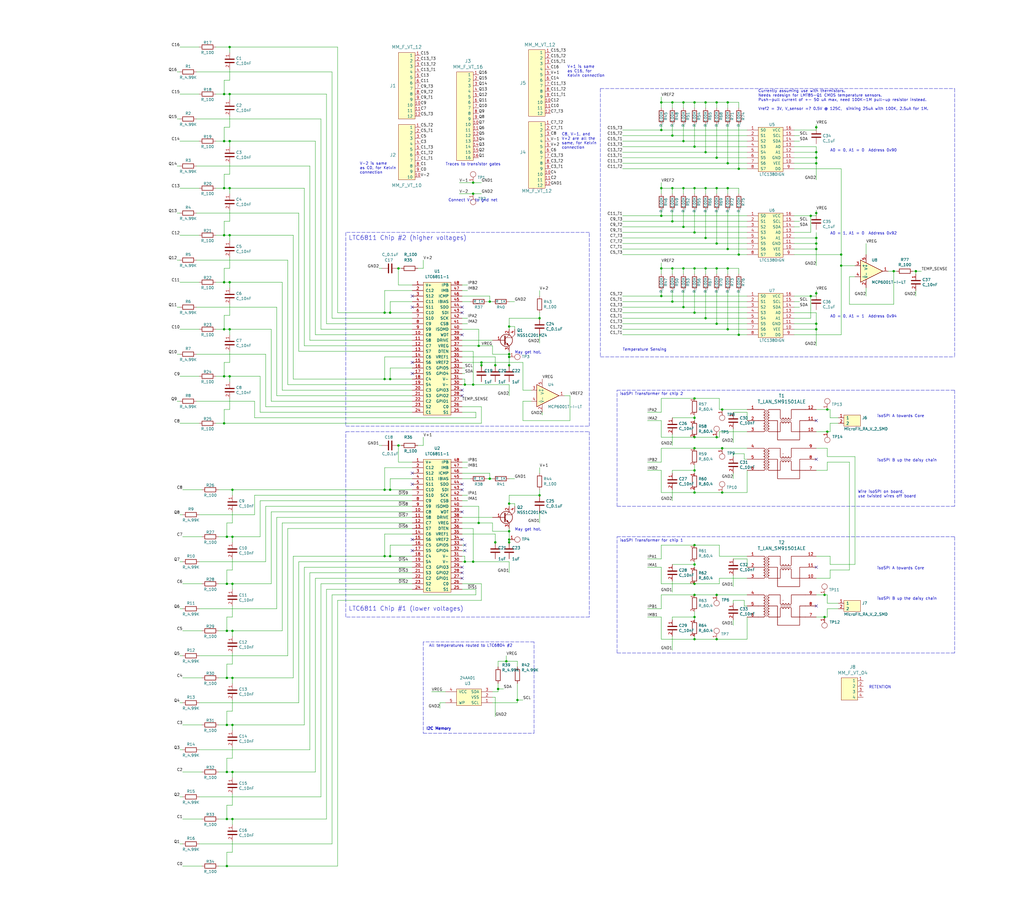
<source format=kicad_sch>
(kicad_sch (version 20211123) (generator eeschema)
  (paper "User" 470.002 419.989)
  (title_block (title "BMS Peripheral") (date "2019-09-17") (rev "Rev 0") (company "Olin Electric Motorsports") (comment 1 "Vienna Scheyer"))
  (junction (at 318.77 123.19))
  (junction (at 176.53 143.51))
  (junction (at 339.09 116.84))
  (junction (at 220.98 167.64))
  (junction (at 323.85 146.05))
  (junction (at 318.77 267.97))
  (junction (at 308.61 46.99))
  (junction (at 227.33 248.92))
  (junction (at 217.17 257.81))
  (junction (at 233.68 149.86))
  (junction (at 102.87 43.18))
  (junction (at 323.85 86.36))
  (junction (at 176.53 224.79))
  (junction (at 313.69 123.19))
  (junction (at 303.53 123.19))
  (junction (at 318.77 215.9))
  (junction (at 313.69 104.14))
  (junction (at 318.77 259.08))
  (junction (at 233.68 231.14))
  (junction (at 323.85 46.99))
  (junction (at 318.77 46.99))
  (junction (at 328.93 273.05))
  (junction (at 105.41 107.95))
  (junction (at 374.65 69.85))
  (junction (at 334.01 123.19))
  (junction (at 323.85 123.19))
  (junction (at 247.65 227.33))
  (junction (at 328.93 86.36))
  (junction (at 106.68 332.74))
  (junction (at 176.53 173.99))
  (junction (at 308.61 138.43))
  (junction (at 179.07 173.99))
  (junction (at 179.07 255.27))
  (junction (at 308.61 62.23))
  (junction (at 105.41 172.72))
  (junction (at 213.36 257.81))
  (junction (at 105.41 43.18))
  (junction (at 334.01 86.36))
  (junction (at 374.65 58.42))
  (junction (at 104.14 354.33))
  (junction (at 374.65 109.22))
  (junction (at 102.87 129.54))
  (junction (at 303.53 46.99))
  (junction (at 334.01 114.3))
  (junction (at 328.93 123.19))
  (junction (at 334.01 46.99))
  (junction (at 374.65 111.76))
  (junction (at 374.65 72.39))
  (junction (at 106.68 224.79))
  (junction (at 318.77 226.06))
  (junction (at 106.68 289.56))
  (junction (at 318.77 67.31))
  (junction (at 102.87 107.95))
  (junction (at 233.68 163.83))
  (junction (at 328.93 46.99))
  (junction (at 318.77 273.05))
  (junction (at 182.88 204.47))
  (junction (at 318.77 250.19))
  (junction (at 102.87 194.31))
  (junction (at 328.93 148.59))
  (junction (at 379.73 187.96))
  (junction (at 233.68 167.64))
  (junction (at 247.65 146.05))
  (junction (at 378.46 283.21))
  (junction (at 318.77 200.66))
  (junction (at 105.41 64.77))
  (junction (at 374.65 134.62))
  (junction (at 318.77 106.68))
  (junction (at 106.68 267.97))
  (junction (at 374.65 74.93))
  (junction (at 105.41 21.59))
  (junction (at 318.77 191.77))
  (junction (at 233.68 247.65))
  (junction (at 339.09 77.47))
  (junction (at 318.77 205.74))
  (junction (at 303.53 135.89))
  (junction (at 308.61 101.6))
  (junction (at 106.68 375.92))
  (junction (at 328.93 72.39))
  (junction (at 105.41 151.13))
  (junction (at 323.85 109.22))
  (junction (at 318.77 283.21))
  (junction (at 303.53 86.36))
  (junction (at 106.68 246.38))
  (junction (at 224.79 138.43))
  (junction (at 374.65 151.13))
  (junction (at 176.53 255.27))
  (junction (at 420.37 124.46))
  (junction (at 318.77 86.36))
  (junction (at 105.41 86.36))
  (junction (at 331.47 187.96))
  (junction (at 104.14 397.51))
  (junction (at 328.93 111.76))
  (junction (at 102.87 172.72))
  (junction (at 328.93 200.66))
  (junction (at 386.08 121.92))
  (junction (at 220.98 166.37))
  (junction (at 378.46 273.05))
  (junction (at 374.65 148.59))
  (junction (at 182.88 123.19))
  (junction (at 313.69 140.97))
  (junction (at 303.53 99.06))
  (junction (at 179.07 143.51))
  (junction (at 328.93 293.37))
  (junction (at 104.14 375.92))
  (junction (at 217.17 176.53))
  (junction (at 106.68 354.33))
  (junction (at 104.14 246.38))
  (junction (at 334.01 151.13))
  (junction (at 308.61 86.36))
  (junction (at 313.69 86.36))
  (junction (at 303.53 59.69))
  (junction (at 106.68 311.15))
  (junction (at 219.71 158.75))
  (junction (at 237.49 321.31))
  (junction (at 331.47 205.74))
  (junction (at 313.69 64.77))
  (junction (at 374.65 97.79))
  (junction (at 372.11 99.06))
  (junction (at 179.07 224.79))
  (junction (at 334.01 74.93))
  (junction (at 323.85 69.85))
  (junction (at 104.14 332.74))
  (junction (at 227.33 167.64))
  (junction (at 105.41 129.54))
  (junction (at 331.47 226.06))
  (junction (at 104.14 267.97))
  (junction (at 217.17 88.9))
  (junction (at 339.09 153.67))
  (junction (at 233.68 243.84))
  (junction (at 318.77 143.51))
  (junction (at 104.14 311.15))
  (junction (at 232.41 303.53))
  (junction (at 313.69 46.99))
  (junction (at 318.77 293.37))
  (junction (at 104.14 289.56))
  (junction (at 318.77 182.88))
  (junction (at 102.87 86.36))
  (junction (at 386.08 116.84))
  (junction (at 224.79 219.71))
  (junction (at 374.65 114.3))
  (junction (at 213.36 176.53))
  (junction (at 308.61 123.19))
  (junction (at 219.71 240.03))
  (junction (at 379.73 198.12))
  (junction (at 217.17 83.82))
  (junction (at 372.11 135.89))
  (junction (at 233.68 162.56))
  (junction (at 228.6 316.23))
  (junction (at 102.87 151.13))
  (junction (at 102.87 64.77))
  (junction (at 410.21 124.46))
  (junction (at 233.68 248.92))
  (no_connect (at 189.23 222.25))
  (no_connect (at 189.23 140.97))
  (no_connect (at 212.09 234.95))
  (no_connect (at 189.23 166.37))
  (no_connect (at 189.23 252.73))
  (no_connect (at 213.36 252.73))
  (no_connect (at 212.09 153.67))
  (no_connect (at 189.23 217.17))
  (no_connect (at 189.23 247.65))
  (no_connect (at 212.09 140.97))
  (no_connect (at 212.09 262.89))
  (no_connect (at 374.65 260.35))
  (no_connect (at 374.65 210.82))
  (no_connect (at 212.09 247.65))
  (no_connect (at 189.23 171.45))
  (no_connect (at 212.09 143.51))
  (no_connect (at 213.36 250.19))
  (no_connect (at 374.65 278.13))
  (no_connect (at 212.09 265.43))
  (no_connect (at 212.09 181.61))
  (no_connect (at 212.09 260.35))
  (no_connect (at 189.23 135.89))
  (no_connect (at 212.09 222.25))
  (no_connect (at 212.09 224.79))
  (no_connect (at 212.09 179.07))
  (no_connect (at 374.65 193.04))
  (wire (pts (xy 318.77 106.68) (xy 342.9 106.68)))
  (wire (pts (xy 308.61 123.19) (xy 308.61 125.73)))
  (wire (pts (xy 303.53 226.06) (xy 303.53 215.9)))
  (wire (pts (xy 342.9 255.27) (xy 330.2 255.27)))
  (polyline (pts (xy 194.31 294.64) (xy 194.31 336.55)))
  (wire (pts (xy 328.93 86.36) (xy 323.85 86.36)))
  (wire (pts (xy 323.85 86.36) (xy 318.77 86.36)))
  (wire (pts (xy 83.82 397.51) (xy 92.71 397.51)))
  (wire (pts (xy 233.68 163.83) (xy 233.68 167.64)))
  (wire (pts (xy 106.68 391.16) (xy 104.14 391.16)))
  (wire (pts (xy 144.78 265.43) (xy 144.78 354.33)))
  (wire (pts (xy 91.44 344.17) (xy 142.24 344.17)))
  (wire (pts (xy 100.33 332.74) (xy 104.14 332.74)))
  (wire (pts (xy 228.6 316.23) (xy 228.6 313.69)))
  (wire (pts (xy 379.73 205.74) (xy 379.73 209.55)))
  (wire (pts (xy 102.87 194.31) (xy 99.06 194.31)))
  (wire (pts (xy 303.53 123.19) (xy 303.53 125.73)))
  (wire (pts (xy 227.33 245.11) (xy 227.33 248.92)))
  (wire (pts (xy 318.77 86.36) (xy 313.69 86.36)))
  (wire (pts (xy 328.93 200.66) (xy 330.2 200.66)))
  (wire (pts (xy 381 198.12) (xy 379.73 198.12)))
  (wire (pts (xy 106.68 246.38) (xy 106.68 248.92)))
  (wire (pts (xy 152.4 146.05) (xy 189.23 146.05)))
  (wire (pts (xy 308.61 86.36) (xy 308.61 88.9)))
  (wire (pts (xy 104.14 289.56) (xy 106.68 289.56)))
  (wire (pts (xy 147.32 54.61) (xy 147.32 151.13)))
  (wire (pts (xy 194.31 204.47) (xy 191.77 204.47)))
  (wire (pts (xy 105.41 129.54) (xy 105.41 132.08)))
  (polyline (pts (xy 270.51 198.12) (xy 270.51 283.21)))
  (wire (pts (xy 334.01 46.99) (xy 328.93 46.99)))
  (wire (pts (xy 285.75 62.23) (xy 308.61 62.23)))
  (wire (pts (xy 100.33 267.97) (xy 104.14 267.97)))
  (wire (pts (xy 219.71 240.03) (xy 212.09 240.03)))
  (wire (pts (xy 318.77 292.1) (xy 318.77 293.37)))
  (wire (pts (xy 328.93 96.52) (xy 328.93 111.76)))
  (wire (pts (xy 374.65 58.42) (xy 374.65 59.69)))
  (wire (pts (xy 104.14 261.62) (xy 104.14 267.97)))
  (wire (pts (xy 374.65 133.35) (xy 374.65 134.62)))
  (wire (pts (xy 189.23 184.15) (xy 124.46 184.15)))
  (wire (pts (xy 342.9 104.14) (xy 313.69 104.14)))
  (wire (pts (xy 82.55 86.36) (xy 91.44 86.36)))
  (wire (pts (xy 204.47 322.58) (xy 201.93 322.58)))
  (wire (pts (xy 374.65 273.05) (xy 378.46 273.05)))
  (wire (pts (xy 323.85 109.22) (xy 285.75 109.22)))
  (wire (pts (xy 389.89 139.7) (xy 410.21 139.7)))
  (wire (pts (xy 182.88 123.19) (xy 182.88 130.81)))
  (wire (pts (xy 334.01 123.19) (xy 334.01 125.73)))
  (wire (pts (xy 189.23 229.87) (xy 119.38 229.87)))
  (wire (pts (xy 303.53 189.23) (xy 297.18 189.23)))
  (wire (pts (xy 374.65 148.59) (xy 374.65 151.13)))
  (wire (pts (xy 106.68 267.97) (xy 124.46 267.97)))
  (wire (pts (xy 303.53 96.52) (xy 303.53 99.06)))
  (wire (pts (xy 247.65 153.67) (xy 247.65 157.48)))
  (wire (pts (xy 152.4 273.05) (xy 152.4 387.35)))
  (wire (pts (xy 147.32 267.97) (xy 147.32 365.76)))
  (wire (pts (xy 132.08 176.53) (xy 132.08 119.38)))
  (wire (pts (xy 106.68 289.56) (xy 106.68 292.1)))
  (wire (pts (xy 220.98 186.69) (xy 212.09 186.69)))
  (wire (pts (xy 99.06 43.18) (xy 102.87 43.18)))
  (wire (pts (xy 137.16 97.79) (xy 137.16 161.29)))
  (wire (pts (xy 127 181.61) (xy 127 140.97)))
  (wire (pts (xy 318.77 133.35) (xy 318.77 143.51)))
  (wire (pts (xy 342.9 74.93) (xy 334.01 74.93)))
  (wire (pts (xy 364.49 101.6) (xy 367.03 101.6)))
  (wire (pts (xy 318.77 273.05) (xy 328.93 273.05)))
  (wire (pts (xy 82.55 151.13) (xy 91.44 151.13)))
  (wire (pts (xy 381 191.77) (xy 384.81 191.77)))
  (wire (pts (xy 102.87 86.36) (xy 105.41 86.36)))
  (wire (pts (xy 212.09 232.41) (xy 219.71 232.41)))
  (wire (pts (xy 318.77 86.36) (xy 318.77 88.9)))
  (wire (pts (xy 318.77 267.97) (xy 330.2 267.97)))
  (wire (pts (xy 313.69 86.36) (xy 308.61 86.36)))
  (wire (pts (xy 105.41 53.34) (xy 105.41 58.42)))
  (wire (pts (xy 104.14 267.97) (xy 106.68 267.97)))
  (wire (pts (xy 339.09 153.67) (xy 342.9 153.67)))
  (wire (pts (xy 104.14 354.33) (xy 106.68 354.33)))
  (wire (pts (xy 213.36 168.91) (xy 212.09 168.91)))
  (wire (pts (xy 318.77 190.5) (xy 318.77 191.77)))
  (wire (pts (xy 154.94 143.51) (xy 154.94 21.59)))
  (wire (pts (xy 189.23 181.61) (xy 127 181.61)))
  (wire (pts (xy 105.41 118.11) (xy 105.41 123.19)))
  (wire (pts (xy 386.08 121.92) (xy 386.08 116.84)))
  (wire (pts (xy 182.88 212.09) (xy 189.23 212.09)))
  (wire (pts (xy 83.82 344.17) (xy 82.55 344.17)))
  (wire (pts (xy 261.62 181.61) (xy 261.62 193.04)))
  (wire (pts (xy 285.75 67.31) (xy 318.77 67.31)))
  (wire (pts (xy 121.92 186.69) (xy 121.92 162.56)))
  (wire (pts (xy 342.9 187.96) (xy 331.47 187.96)))
  (wire (pts (xy 334.01 57.15) (xy 334.01 74.93)))
  (wire (pts (xy 106.68 347.98) (xy 104.14 347.98)))
  (wire (pts (xy 318.77 143.51) (xy 342.9 143.51)))
  (wire (pts (xy 308.61 96.52) (xy 308.61 101.6)))
  (wire (pts (xy 318.77 283.21) (xy 308.61 283.21)))
  (wire (pts (xy 303.53 135.89) (xy 342.9 135.89)))
  (wire (pts (xy 342.9 193.04) (xy 342.9 189.23)))
  (wire (pts (xy 106.68 354.33) (xy 106.68 356.87)))
  (polyline (pts (xy 270.51 106.68) (xy 158.75 106.68)))
  (wire (pts (xy 248.92 190.5) (xy 248.92 189.23)))
  (wire (pts (xy 224.79 135.89) (xy 224.79 138.43)))
  (wire (pts (xy 212.09 173.99) (xy 213.36 173.99)))
  (wire (pts (xy 240.03 166.37) (xy 240.03 179.07)))
  (wire (pts (xy 82.55 76.2) (xy 81.28 76.2)))
  (wire (pts (xy 213.36 255.27) (xy 213.36 257.81)))
  (wire (pts (xy 82.55 54.61) (xy 81.28 54.61)))
  (wire (pts (xy 83.82 224.79) (xy 92.71 224.79)))
  (wire (pts (xy 139.7 158.75) (xy 139.7 86.36)))
  (wire (pts (xy 154.94 275.59) (xy 154.94 397.51)))
  (wire (pts (xy 323.85 109.22) (xy 342.9 109.22)))
  (wire (pts (xy 303.53 205.74) (xy 318.77 205.74)))
  (wire (pts (xy 220.98 167.64) (xy 220.98 168.91)))
  (wire (pts (xy 342.9 151.13) (xy 334.01 151.13)))
  (wire (pts (xy 318.77 226.06) (xy 303.53 226.06)))
  (wire (pts (xy 339.09 133.35) (xy 339.09 153.67)))
  (wire (pts (xy 91.44 387.35) (xy 152.4 387.35)))
  (wire (pts (xy 364.49 74.93) (xy 374.65 74.93)))
  (wire (pts (xy 176.53 173.99) (xy 179.07 173.99)))
  (wire (pts (xy 214.63 148.59) (xy 212.09 148.59)))
  (wire (pts (xy 104.14 397.51) (xy 154.94 397.51)))
  (wire (pts (xy 367.03 140.97) (xy 364.49 140.97)))
  (wire (pts (xy 214.63 146.05) (xy 212.09 146.05)))
  (wire (pts (xy 420.37 124.46) (xy 420.37 125.73)))
  (wire (pts (xy 83.82 365.76) (xy 82.55 365.76)))
  (wire (pts (xy 233.68 231.14) (xy 233.68 232.41)))
  (wire (pts (xy 308.61 86.36) (xy 303.53 86.36)))
  (wire (pts (xy 220.98 275.59) (xy 154.94 275.59)))
  (wire (pts (xy 236.22 138.43) (xy 233.68 138.43)))
  (wire (pts (xy 303.53 193.04) (xy 297.18 193.04)))
  (wire (pts (xy 334.01 114.3) (xy 285.75 114.3)))
  (wire (pts (xy 318.77 224.79) (xy 318.77 226.06)))
  (wire (pts (xy 213.36 173.99) (xy 213.36 176.53)))
  (wire (pts (xy 105.41 64.77) (xy 105.41 67.31)))
  (wire (pts (xy 233.68 248.92) (xy 233.68 250.19)))
  (wire (pts (xy 105.41 182.88) (xy 105.41 187.96)))
  (polyline (pts (xy 438.15 246.38) (xy 438.15 299.72)))
  (wire (pts (xy 364.49 77.47) (xy 386.08 77.47)))
  (wire (pts (xy 379.73 273.05) (xy 379.73 276.86)))
  (wire (pts (xy 303.53 44.45) (xy 303.53 46.99)))
  (wire (pts (xy 364.49 69.85) (xy 374.65 69.85)))
  (wire (pts (xy 232.41 300.99) (xy 232.41 303.53)))
  (wire (pts (xy 313.69 133.35) (xy 313.69 140.97)))
  (wire (pts (xy 247.65 227.33) (xy 233.68 227.33)))
  (wire (pts (xy 247.65 224.79) (xy 247.65 227.33)))
  (wire (pts (xy 102.87 194.31) (xy 220.98 194.31)))
  (wire (pts (xy 379.73 283.21) (xy 378.46 283.21)))
  (wire (pts (xy 90.17 97.79) (xy 137.16 97.79)))
  (wire (pts (xy 303.53 59.69) (xy 342.9 59.69)))
  (wire (pts (xy 364.49 135.89) (xy 372.11 135.89)))
  (wire (pts (xy 303.53 260.35) (xy 297.18 260.35)))
  (wire (pts (xy 144.78 153.67) (xy 144.78 64.77)))
  (wire (pts (xy 231.14 316.23) (xy 228.6 316.23)))
  (wire (pts (xy 175.26 204.47) (xy 173.99 204.47)))
  (wire (pts (xy 328.93 123.19) (xy 323.85 123.19)))
  (polyline (pts (xy 283.21 232.41) (xy 283.21 179.07)))
  (wire (pts (xy 397.51 111.76) (xy 397.51 116.84)))
  (wire (pts (xy 323.85 46.99) (xy 318.77 46.99)))
  (wire (pts (xy 189.23 232.41) (xy 121.92 232.41)))
  (wire (pts (xy 381 259.08) (xy 381 255.27)))
  (wire (pts (xy 105.41 151.13) (xy 105.41 153.67)))
  (wire (pts (xy 104.14 240.03) (xy 104.14 246.38)))
  (wire (pts (xy 83.82 332.74) (xy 92.71 332.74)))
  (wire (pts (xy 184.15 123.19) (xy 182.88 123.19)))
  (wire (pts (xy 303.53 200.66) (xy 318.77 200.66)))
  (wire (pts (xy 176.53 173.99) (xy 134.62 173.99)))
  (wire (pts (xy 212.09 189.23) (xy 218.44 189.23)))
  (wire (pts (xy 189.23 158.75) (xy 139.7 158.75)))
  (wire (pts (xy 364.49 116.84) (xy 386.08 116.84)))
  (wire (pts (xy 224.79 217.17) (xy 224.79 219.71)))
  (wire (pts (xy 364.49 99.06) (xy 372.11 99.06)))
  (wire (pts (xy 105.41 74.93) (xy 105.41 80.01)))
  (wire (pts (xy 233.68 247.65) (xy 233.68 248.92)))
  (wire (pts (xy 105.41 166.37) (xy 102.87 166.37)))
  (wire (pts (xy 220.98 194.31) (xy 220.98 186.69)))
  (wire (pts (xy 285.75 101.6) (xy 308.61 101.6)))
  (wire (pts (xy 318.77 280.67) (xy 318.77 283.21)))
  (polyline (pts (xy 158.75 283.21) (xy 158.75 198.12)))
  (wire (pts (xy 105.41 107.95) (xy 134.62 107.95)))
  (wire (pts (xy 364.49 138.43) (xy 367.03 138.43)))
  (wire (pts (xy 318.77 215.9) (xy 308.61 215.9)))
  (wire (pts (xy 236.22 151.13) (xy 236.22 149.86)))
  (wire (pts (xy 189.23 265.43) (xy 144.78 265.43)))
  (wire (pts (xy 91.44 236.22) (xy 116.84 236.22)))
  (wire (pts (xy 104.14 283.21) (xy 104.14 289.56)))
  (wire (pts (xy 176.53 245.11) (xy 189.23 245.11)))
  (wire (pts (xy 99.06 86.36) (xy 102.87 86.36)))
  (wire (pts (xy 419.1 124.46) (xy 420.37 124.46)))
  (wire (pts (xy 106.68 354.33) (xy 144.78 354.33)))
  (wire (pts (xy 240.03 179.07) (xy 243.84 179.07)))
  (wire (pts (xy 217.17 242.57) (xy 217.17 257.81)))
  (wire (pts (xy 334.01 133.35) (xy 334.01 151.13)))
  (wire (pts (xy 152.4 33.02) (xy 152.4 146.05)))
  (wire (pts (xy 233.68 167.64) (xy 233.68 168.91)))
  (wire (pts (xy 323.85 86.36) (xy 323.85 88.9)))
  (wire (pts (xy 339.09 88.9) (xy 339.09 86.36)))
  (wire (pts (xy 372.11 99.06) (xy 374.65 99.06)))
  (wire (pts (xy 106.68 375.92) (xy 106.68 378.46)))
  (wire (pts (xy 218.44 273.05) (xy 152.4 273.05)))
  (wire (pts (xy 334.01 123.19) (xy 328.93 123.19)))
  (wire (pts (xy 194.31 204.47) (xy 194.31 200.66)))
  (wire (pts (xy 381 259.08) (xy 392.43 259.08)))
  (wire (pts (xy 106.68 267.97) (xy 106.68 270.51)))
  (wire (pts (xy 381 261.62) (xy 381 265.43)))
  (wire (pts (xy 212.09 166.37) (xy 220.98 166.37)))
  (wire (pts (xy 240.03 193.04) (xy 261.62 193.04)))
  (wire (pts (xy 261.62 181.61) (xy 259.08 181.61)))
  (wire (pts (xy 339.09 125.73) (xy 339.09 123.19)))
  (wire (pts (xy 323.85 46.99) (xy 323.85 49.53)))
  (wire (pts (xy 90.17 140.97) (xy 127 140.97)))
  (wire (pts (xy 308.61 46.99) (xy 308.61 49.53)))
  (wire (pts (xy 228.6 303.53) (xy 232.41 303.53)))
  (wire (pts (xy 318.77 67.31) (xy 342.9 67.31)))
  (wire (pts (xy 339.09 96.52) (xy 339.09 116.84)))
  (wire (pts (xy 100.33 311.15) (xy 104.14 311.15)))
  (wire (pts (xy 236.22 232.41) (xy 236.22 231.14)))
  (wire (pts (xy 323.85 133.35) (xy 323.85 146.05)))
  (wire (pts (xy 226.06 322.58) (xy 237.49 322.58)))
  (wire (pts (xy 179.07 138.43) (xy 179.07 143.51)))
  (wire (pts (xy 303.53 256.54) (xy 297.18 256.54)))
  (wire (pts (xy 285.75 148.59) (xy 328.93 148.59)))
  (wire (pts (xy 116.84 227.33) (xy 189.23 227.33)))
  (wire (pts (xy 381 255.27) (xy 374.65 255.27)))
  (wire (pts (xy 364.49 148.59) (xy 374.65 148.59)))
  (wire (pts (xy 226.06 317.5) (xy 228.6 317.5)))
  (wire (pts (xy 104.14 304.8) (xy 104.14 311.15)))
  (wire (pts (xy 223.52 219.71) (xy 224.79 219.71)))
  (wire (pts (xy 364.49 151.13) (xy 374.65 151.13)))
  (wire (pts (xy 323.85 146.05) (xy 342.9 146.05)))
  (wire (pts (xy 104.14 347.98) (xy 104.14 354.33)))
  (wire (pts (xy 308.61 266.7) (xy 308.61 271.78)))
  (wire (pts (xy 100.33 289.56) (xy 104.14 289.56)))
  (wire (pts (xy 105.41 101.6) (xy 102.87 101.6)))
  (wire (pts (xy 176.53 214.63) (xy 189.23 214.63)))
  (wire (pts (xy 372.11 106.68) (xy 364.49 106.68)))
  (wire (pts (xy 379.73 215.9) (xy 374.65 215.9)))
  (wire (pts (xy 341.63 278.13) (xy 341.63 275.59)))
  (wire (pts (xy 303.53 279.4) (xy 297.18 279.4)))
  (wire (pts (xy 224.79 138.43) (xy 226.06 138.43)))
  (wire (pts (xy 374.65 67.31) (xy 374.65 69.85)))
  (wire (pts (xy 381 265.43) (xy 374.65 265.43)))
  (wire (pts (xy 105.41 43.18) (xy 149.86 43.18)))
  (wire (pts (xy 323.85 96.52) (xy 323.85 109.22)))
  (wire (pts (xy 134.62 255.27) (xy 176.53 255.27)))
  (wire (pts (xy 106.68 261.62) (xy 104.14 261.62)))
  (wire (pts (xy 313.69 104.14) (xy 285.75 104.14)))
  (wire (pts (xy 342.9 265.43) (xy 330.2 265.43)))
  (wire (pts (xy 285.75 72.39) (xy 328.93 72.39)))
  (wire (pts (xy 102.87 172.72) (xy 105.41 172.72)))
  (wire (pts (xy 331.47 187.96) (xy 330.2 187.96)))
  (wire (pts (xy 379.73 279.4) (xy 379.73 283.21)))
  (wire (pts (xy 364.49 62.23) (xy 367.03 62.23)))
  (wire (pts (xy 334.01 86.36) (xy 328.93 86.36)))
  (wire (pts (xy 330.2 265.43) (xy 330.2 267.97)))
  (wire (pts (xy 106.68 326.39) (xy 104.14 326.39)))
  (wire (pts (xy 374.65 72.39) (xy 374.65 74.93)))
  (wire (pts (xy 308.61 46.99) (xy 303.53 46.99)))
  (wire (pts (xy 240.03 184.15) (xy 240.03 193.04)))
  (wire (pts (xy 82.55 172.72) (xy 91.44 172.72)))
  (wire (pts (xy 389.89 127) (xy 389.89 139.7)))
  (wire (pts (xy 189.23 138.43) (xy 179.07 138.43)))
  (wire (pts (xy 105.41 64.77) (xy 144.78 64.77)))
  (wire (pts (xy 243.84 184.15) (xy 240.03 184.15)))
  (wire (pts (xy 318.77 191.77) (xy 308.61 191.77)))
  (wire (pts (xy 104.14 246.38) (xy 106.68 246.38)))
  (wire (pts (xy 308.61 133.35) (xy 308.61 138.43)))
  (wire (pts (xy 102.87 151.13) (xy 105.41 151.13)))
  (wire (pts (xy 331.47 226.06) (xy 342.9 226.06)))
  (wire (pts (xy 379.73 198.12) (xy 374.65 198.12)))
  (wire (pts (xy 303.53 250.19) (xy 318.77 250.19)))
  (wire (pts (xy 236.22 231.14) (xy 233.68 231.14)))
  (wire (pts (xy 189.23 224.79) (xy 179.07 224.79)))
  (wire (pts (xy 374.65 109.22) (xy 374.65 111.76)))
  (wire (pts (xy 318.77 259.08) (xy 318.77 260.35)))
  (wire (pts (xy 379.73 212.09) (xy 389.89 212.09)))
  (wire (pts (xy 189.23 270.51) (xy 149.86 270.51)))
  (wire (pts (xy 374.65 97.79) (xy 374.65 99.06)))
  (wire (pts (xy 339.09 77.47) (xy 342.9 77.47)))
  (wire (pts (xy 374.65 134.62) (xy 374.65 135.89)))
  (wire (pts (xy 142.24 76.2) (xy 142.24 156.21)))
  (wire (pts (xy 374.65 111.76) (xy 374.65 114.3)))
  (wire (pts (xy 106.68 364.49) (xy 106.68 369.57)))
  (wire (pts (xy 223.52 138.43) (xy 224.79 138.43)))
  (wire (pts (xy 90.17 33.02) (xy 152.4 33.02)))
  (wire (pts (xy 132.08 242.57) (xy 132.08 300.99)))
  (wire (pts (xy 372.11 99.06) (xy 372.11 106.68)))
  (wire (pts (xy 189.23 153.67) (xy 144.78 153.67)))
  (wire (pts (xy 105.41 144.78) (xy 102.87 144.78)))
  (wire (pts (xy 367.03 64.77) (xy 364.49 64.77)))
  (wire (pts (xy 381 187.96) (xy 379.73 187.96)))
  (wire (pts (xy 106.68 304.8) (xy 104.14 304.8)))
  (wire (pts (xy 339.09 123.19) (xy 334.01 123.19)))
  (wire (pts (xy 99.06 151.13) (xy 102.87 151.13)))
  (wire (pts (xy 233.68 162.56) (xy 226.06 162.56)))
  (wire (pts (xy 330.2 198.12) (xy 330.2 200.66)))
  (wire (pts (xy 303.53 193.04) (xy 303.53 200.66)))
  (wire (pts (xy 176.53 133.35) (xy 176.53 143.51)))
  (wire (pts (xy 105.41 123.19) (xy 102.87 123.19)))
  (wire (pts (xy 323.85 123.19) (xy 323.85 125.73)))
  (wire (pts (xy 379.73 209.55) (xy 392.43 209.55)))
  (wire (pts (xy 374.65 151.13) (xy 374.65 158.75)))
  (polyline (pts (xy 275.59 40.64) (xy 438.15 40.64)))
  (wire (pts (xy 91.44 322.58) (xy 137.16 322.58)))
  (wire (pts (xy 410.21 124.46) (xy 407.67 124.46)))
  (wire (pts (xy 106.68 375.92) (xy 149.86 375.92)))
  (wire (pts (xy 374.65 57.15) (xy 374.65 58.42)))
  (polyline (pts (xy 158.75 195.58) (xy 270.51 195.58)))
  (wire (pts (xy 147.32 151.13) (xy 189.23 151.13)))
  (wire (pts (xy 182.88 204.47) (xy 182.88 212.09)))
  (wire (pts (xy 228.6 303.53) (xy 228.6 306.07)))
  (wire (pts (xy 83.82 236.22) (xy 82.55 236.22)))
  (wire (pts (xy 213.36 257.81) (xy 217.17 257.81)))
  (wire (pts (xy 233.68 243.84) (xy 233.68 247.65)))
  (wire (pts (xy 213.36 171.45) (xy 212.09 171.45)))
  (wire (pts (xy 106.68 224.79) (xy 176.53 224.79)))
  (wire (pts (xy 129.54 240.03) (xy 129.54 289.56)))
  (wire (pts (xy 233.68 176.53) (xy 233.68 181.61)))
  (wire (pts (xy 372.11 135.89) (xy 374.65 135.89)))
  (wire (pts (xy 303.53 250.19) (xy 303.53 256.54)))
  (wire (pts (xy 303.53 46.99) (xy 303.53 49.53)))
  (wire (pts (xy 328.93 46.99) (xy 328.93 49.53)))
  (wire (pts (xy 341.63 275.59) (xy 336.55 275.59)))
  (wire (pts (xy 99.06 21.59) (xy 105.41 21.59)))
  (wire (pts (xy 106.68 256.54) (xy 106.68 261.62)))
  (wire (pts (xy 106.68 246.38) (xy 119.38 246.38)))
  (wire (pts (xy 389.89 212.09) (xy 389.89 261.62)))
  (wire (pts (xy 189.23 143.51) (xy 179.07 143.51)))
  (wire (pts (xy 334.01 96.52) (xy 334.01 114.3)))
  (wire (pts (xy 189.23 257.81) (xy 137.16 257.81)))
  (wire (pts (xy 83.82 279.4) (xy 82.55 279.4)))
  (wire (pts (xy 308.61 123.19) (xy 303.53 123.19)))
  (wire (pts (xy 285.75 59.69) (xy 303.53 59.69)))
  (wire (pts (xy 285.75 153.67) (xy 339.09 153.67)))
  (wire (pts (xy 99.06 129.54) (xy 102.87 129.54)))
  (wire (pts (xy 119.38 229.87) (xy 119.38 246.38)))
  (wire (pts (xy 106.68 332.74) (xy 139.7 332.74)))
  (wire (pts (xy 313.69 46.99) (xy 313.69 49.53)))
  (wire (pts (xy 214.63 227.33) (xy 212.09 227.33)))
  (wire (pts (xy 303.53 273.05) (xy 318.77 273.05)))
  (wire (pts (xy 227.33 248.92) (xy 227.33 250.19)))
  (wire (pts (xy 318.77 205.74) (xy 331.47 205.74)))
  (wire (pts (xy 102.87 166.37) (xy 102.87 172.72)))
  (wire (pts (xy 102.87 43.18) (xy 105.41 43.18)))
  (wire (pts (xy 90.17 184.15) (xy 116.84 184.15)))
  (wire (pts (xy 104.14 397.51) (xy 100.33 397.51)))
  (wire (pts (xy 378.46 273.05) (xy 379.73 273.05)))
  (wire (pts (xy 212.09 242.57) (xy 217.17 242.57)))
  (wire (pts (xy 105.41 172.72) (xy 105.41 175.26)))
  (wire (pts (xy 308.61 199.39) (xy 308.61 204.47)))
  (wire (pts (xy 105.41 36.83) (xy 102.87 36.83)))
  (wire (pts (xy 364.49 114.3) (xy 374.65 114.3)))
  (wire (pts (xy 422.91 124.46) (xy 420.37 124.46)))
  (wire (pts (xy 102.87 123.19) (xy 102.87 129.54)))
  (wire (pts (xy 336.55 217.17) (xy 336.55 219.71)))
  (wire (pts (xy 176.53 133.35) (xy 189.23 133.35)))
  (wire (pts (xy 308.61 283.21) (xy 308.61 284.48)))
  (wire (pts (xy 212.09 138.43) (xy 215.9 138.43)))
  (wire (pts (xy 102.87 101.6) (xy 102.87 107.95)))
  (wire (pts (xy 82.55 184.15) (xy 81.28 184.15)))
  (wire (pts (xy 381 191.77) (xy 381 187.96)))
  (wire (pts (xy 91.44 365.76) (xy 147.32 365.76)))
  (wire (pts (xy 247.65 234.95) (xy 247.65 240.03)))
  (wire (pts (xy 318.77 57.15) (xy 318.77 67.31)))
  (wire (pts (xy 308.61 215.9) (xy 308.61 217.17)))
  (wire (pts (xy 83.82 387.35) (xy 82.55 387.35)))
  (wire (pts (xy 285.75 99.06) (xy 303.53 99.06)))
  (wire (pts (xy 318.77 213.36) (xy 318.77 215.9)))
  (wire (pts (xy 381 261.62) (xy 389.89 261.62)))
  (wire (pts (xy 328.93 57.15) (xy 328.93 72.39)))
  (wire (pts (xy 341.63 210.82) (xy 341.63 208.28)))
  (wire (pts (xy 137.16 161.29) (xy 189.23 161.29)))
  (wire (pts (xy 105.41 187.96) (xy 102.87 187.96)))
  (wire (pts (xy 303.53 215.9) (xy 297.18 215.9)))
  (wire (pts (xy 90.17 162.56) (xy 121.92 162.56)))
  (wire (pts (xy 127 237.49) (xy 189.23 237.49)))
  (wire (pts (xy 285.75 143.51) (xy 318.77 143.51)))
  (polyline (pts (xy 438.15 179.07) (xy 438.15 232.41)))
  (wire (pts (xy 102.87 36.83) (xy 102.87 43.18)))
  (wire (pts (xy 220.98 275.59) (xy 220.98 267.97)))
  (wire (pts (xy 318.77 259.08) (xy 308.61 259.08)))
  (wire (pts (xy 342.9 198.12) (xy 330.2 198.12)))
  (wire (pts (xy 285.75 116.84) (xy 339.09 116.84)))
  (wire (pts (xy 189.23 240.03) (xy 129.54 240.03)))
  (wire (pts (xy 82.55 194.31) (xy 91.44 194.31)))
  (wire (pts (xy 237.49 321.31) (xy 237.49 313.69)))
  (wire (pts (xy 342.9 210.82) (xy 341.63 210.82)))
  (wire (pts (xy 374.65 96.52) (xy 374.65 97.79)))
  (wire (pts (xy 100.33 224.79) (xy 106.68 224.79)))
  (wire (pts (xy 189.23 267.97) (xy 147.32 267.97)))
  (wire (pts (xy 105.41 58.42) (xy 102.87 58.42)))
  (wire (pts (xy 303.53 86.36) (xy 303.53 88.9)))
  (wire (pts (xy 420.37 133.35) (xy 420.37 135.89)))
  (wire (pts (xy 334.01 151.13) (xy 285.75 151.13)))
  (wire (pts (xy 189.23 219.71) (xy 179.07 219.71)))
  (wire (pts (xy 212.09 217.17) (xy 224.79 217.17)))
  (wire (pts (xy 224.79 219.71) (xy 226.06 219.71)))
  (wire (pts (xy 303.53 83.82) (xy 303.53 86.36)))
  (wire (pts (xy 308.61 292.1) (xy 308.61 298.45)))
  (wire (pts (xy 303.53 57.15) (xy 303.53 59.69)))
  (wire (pts (xy 328.93 293.37) (xy 342.9 293.37)))
  (wire (pts (xy 374.65 143.51) (xy 374.65 148.59)))
  (wire (pts (xy 303.53 120.65) (xy 303.53 123.19)))
  (wire (pts (xy 342.9 215.9) (xy 342.9 226.06)))
  (wire (pts (xy 90.17 76.2) (xy 142.24 76.2)))
  (polyline (pts (xy 270.51 283.21) (xy 158.75 283.21)))
  (wire (pts (xy 384.81 194.31) (xy 381 194.31)))
  (wire (pts (xy 83.82 246.38) (xy 92.71 246.38)))
  (wire (pts (xy 323.85 69.85) (xy 285.75 69.85)))
  (wire (pts (xy 119.38 172.72) (xy 119.38 189.23)))
  (wire (pts (xy 233.68 243.84) (xy 226.06 243.84)))
  (wire (pts (xy 308.61 101.6) (xy 342.9 101.6)))
  (wire (pts (xy 219.71 151.13) (xy 219.71 158.75)))
  (wire (pts (xy 176.53 143.51) (xy 154.94 143.51)))
  (wire (pts (xy 379.73 276.86) (xy 384.81 276.86)))
  (wire (pts (xy 212.09 214.63) (xy 214.63 214.63)))
  (wire (pts (xy 303.53 182.88) (xy 303.53 189.23)))
  (wire (pts (xy 308.61 138.43) (xy 342.9 138.43)))
  (wire (pts (xy 83.82 257.81) (xy 82.55 257.81)))
  (wire (pts (xy 336.55 208.28) (xy 336.55 209.55)))
  (wire (pts (xy 233.68 257.81) (xy 233.68 262.89)))
  (wire (pts (xy 318.77 46.99) (xy 313.69 46.99)))
  (wire (pts (xy 240.03 321.31) (xy 237.49 321.31)))
  (wire (pts (xy 106.68 321.31) (xy 106.68 326.39)))
  (wire (pts (xy 226.06 156.21) (xy 212.09 156.21)))
  (wire (pts (xy 105.41 21.59) (xy 105.41 24.13)))
  (wire (pts (xy 372.11 146.05) (xy 372.11 135.89)))
  (wire (pts (xy 364.49 59.69) (xy 374.65 59.69)))
  (wire (pts (xy 331.47 205.74) (xy 342.9 205.74)))
  (wire (pts (xy 339.09 116.84) (xy 342.9 116.84)))
  (wire (pts (xy 233.68 162.56) (xy 233.68 163.83)))
  (wire (pts (xy 328.93 86.36) (xy 328.93 88.9)))
  (wire (pts (xy 285.75 135.89) (xy 303.53 135.89)))
  (wire (pts (xy 303.53 273.05) (xy 303.53 279.4)))
  (wire (pts (xy 106.68 240.03) (xy 104.14 240.03)))
  (wire (pts (xy 182.88 130.81) (xy 189.23 130.81)))
  (wire (pts (xy 397.51 132.08) (xy 397.51 135.89)))
  (wire (pts (xy 139.7 260.35) (xy 189.23 260.35)))
  (wire (pts (xy 194.31 123.19) (xy 191.77 123.19)))
  (polyline (pts (xy 194.31 336.55) (xy 245.11 336.55)))
  (wire (pts (xy 303.53 99.06) (xy 342.9 99.06)))
  (wire (pts (xy 303.53 182.88) (xy 318.77 182.88)))
  (wire (pts (xy 381 194.31) (xy 381 198.12)))
  (wire (pts (xy 237.49 322.58) (xy 237.49 321.31)))
  (wire (pts (xy 179.07 168.91) (xy 179.07 173.99)))
  (wire (pts (xy 104.14 311.15) (xy 106.68 311.15)))
  (wire (pts (xy 100.33 246.38) (xy 104.14 246.38)))
  (wire (pts (xy 179.07 168.91) (xy 189.23 168.91)))
  (wire (pts (xy 214.63 130.81) (xy 212.09 130.81)))
  (wire (pts (xy 318.77 46.99) (xy 318.77 49.53)))
  (wire (pts (xy 341.63 208.28) (xy 336.55 208.28)))
  (wire (pts (xy 364.49 111.76) (xy 374.65 111.76)))
  (wire (pts (xy 217.17 161.29) (xy 217.17 176.53)))
  (wire (pts (xy 339.09 49.53) (xy 339.09 46.99)))
  (wire (pts (xy 318.77 257.81) (xy 318.77 259.08)))
  (wire (pts (xy 233.68 242.57) (xy 233.68 243.84)))
  (wire (pts (xy 102.87 107.95) (xy 105.41 107.95)))
  (polyline (pts (xy 438.15 40.64) (xy 438.15 163.83)))
  (wire (pts (xy 226.06 158.75) (xy 219.71 158.75)))
  (wire (pts (xy 124.46 184.15) (xy 124.46 151.13)))
  (wire (pts (xy 210.82 83.82) (xy 217.17 83.82)))
  (wire (pts (xy 217.17 257.81) (xy 233.68 257.81)))
  (wire (pts (xy 367.03 104.14) (xy 364.49 104.14)))
  (wire (pts (xy 212.09 257.81) (xy 213.36 257.81)))
  (wire (pts (xy 247.65 133.35) (xy 247.65 135.89)))
  (wire (pts (xy 176.53 255.27) (xy 179.07 255.27)))
  (wire (pts (xy 226.06 237.49) (xy 212.09 237.49)))
  (wire (pts (xy 219.71 232.41) (xy 219.71 240.03)))
  (wire (pts (xy 336.55 264.16) (xy 336.55 269.24)))
  (wire (pts (xy 218.44 189.23) (xy 218.44 191.77)))
  (wire (pts (xy 212.09 161.29) (xy 217.17 161.29)))
  (wire (pts (xy 82.55 64.77) (xy 91.44 64.77)))
  (wire (pts (xy 328.93 133.35) (xy 328.93 148.59)))
  (wire (pts (xy 212.09 245.11) (xy 227.33 245.11)))
  (wire (pts (xy 82.55 129.54) (xy 91.44 129.54)))
  (wire (pts (xy 342.9 189.23) (xy 336.55 189.23)))
  (wire (pts (xy 189.23 262.89) (xy 142.24 262.89)))
  (wire (pts (xy 102.87 80.01) (xy 102.87 86.36)))
  (wire (pts (xy 318.77 96.52) (xy 318.77 106.68)))
  (wire (pts (xy 91.44 257.81) (xy 121.92 257.81)))
  (wire (pts (xy 91.44 279.4) (xy 127 279.4)))
  (wire (pts (xy 313.69 123.19) (xy 313.69 125.73)))
  (wire (pts (xy 217.17 88.9) (xy 220.98 88.9)))
  (wire (pts (xy 90.17 119.38) (xy 132.08 119.38)))
  (wire (pts (xy 198.12 317.5) (xy 204.47 317.5)))
  (wire (pts (xy 201.93 322.58) (xy 201.93 325.12)))
  (wire (pts (xy 142.24 262.89) (xy 142.24 344.17)))
  (wire (pts (xy 102.87 187.96) (xy 102.87 194.31)))
  (wire (pts (xy 102.87 144.78) (xy 102.87 151.13)))
  (wire (pts (xy 213.36 176.53) (xy 217.17 176.53)))
  (wire (pts (xy 82.55 21.59) (xy 91.44 21.59)))
  (wire (pts (xy 226.06 162.56) (xy 226.06 158.75)))
  (wire (pts (xy 83.82 354.33) (xy 92.71 354.33)))
  (wire (pts (xy 285.75 111.76) (xy 328.93 111.76)))
  (wire (pts (xy 106.68 369.57) (xy 104.14 369.57)))
  (wire (pts (xy 82.55 43.18) (xy 91.44 43.18)))
  (wire (pts (xy 285.75 138.43) (xy 308.61 138.43)))
  (wire (pts (xy 106.68 386.08) (xy 106.68 391.16)))
  (wire (pts (xy 236.22 219.71) (xy 233.68 219.71)))
  (wire (pts (xy 179.07 143.51) (xy 176.53 143.51)))
  (wire (pts (xy 303.53 205.74) (xy 303.53 212.09)))
  (wire (pts (xy 102.87 129.54) (xy 105.41 129.54)))
  (wire (pts (xy 82.55 140.97) (xy 81.28 140.97)))
  (wire (pts (xy 105.41 129.54) (xy 129.54 129.54)))
  (wire (pts (xy 217.17 176.53) (xy 233.68 176.53)))
  (wire (pts (xy 220.98 267.97) (xy 212.09 267.97)))
  (wire (pts (xy 104.14 332.74) (xy 106.68 332.74)))
  (wire (pts (xy 179.07 173.99) (xy 189.23 173.99)))
  (wire (pts (xy 179.07 255.27) (xy 189.23 255.27)))
  (wire (pts (xy 303.53 212.09) (xy 297.18 212.09)))
  (polyline (pts (xy 245.11 294.64) (xy 194.31 294.64)))
  (wire (pts (xy 339.09 86.36) (xy 334.01 86.36)))
  (wire (pts (xy 308.61 224.79) (xy 308.61 229.87)))
  (wire (pts (xy 149.86 270.51) (xy 149.86 375.92)))
  (wire (pts (xy 106.68 332.74) (xy 106.68 335.28)))
  (wire (pts (xy 303.53 133.35) (xy 303.53 135.89)))
  (wire (pts (xy 328.93 46.99) (xy 323.85 46.99)))
  (wire (pts (xy 105.41 86.36) (xy 139.7 86.36)))
  (wire (pts (xy 285.75 106.68) (xy 318.77 106.68)))
  (wire (pts (xy 374.65 205.74) (xy 379.73 205.74)))
  (wire (pts (xy 342.9 278.13) (xy 341.63 278.13)))
  (wire (pts (xy 334.01 74.93) (xy 285.75 74.93)))
  (wire (pts (xy 106.68 234.95) (xy 106.68 240.03)))
  (wire (pts (xy 328.93 111.76) (xy 342.9 111.76)))
  (wire (pts (xy 179.07 250.19) (xy 189.23 250.19)))
  (wire (pts (xy 218.44 191.77) (xy 116.84 191.77)))
  (wire (pts (xy 318.77 283.21) (xy 318.77 284.48)))
  (wire (pts (xy 410.21 124.46) (xy 411.48 124.46)))
  (wire (pts (xy 220.98 166.37) (xy 240.03 166.37)))
  (wire (pts (xy 379.73 212.09) (xy 379.73 215.9)))
  (wire (pts (xy 212.09 151.13) (xy 219.71 151.13)))
  (wire (pts (xy 313.69 57.15) (xy 313.69 64.77)))
  (wire (pts (xy 102.87 64.77) (xy 105.41 64.77)))
  (wire (pts (xy 233.68 161.29) (xy 233.68 162.56)))
  (wire (pts (xy 213.36 252.73) (xy 212.09 252.73)))
  (polyline (pts (xy 283.21 246.38) (xy 438.15 246.38)))
  (polyline (pts (xy 270.51 195.58) (xy 270.51 106.68)))
  (wire (pts (xy 213.36 250.19) (xy 212.09 250.19)))
  (wire (pts (xy 237.49 303.53) (xy 237.49 306.07)))
  (wire (pts (xy 313.69 86.36) (xy 313.69 88.9)))
  (wire (pts (xy 127 237.49) (xy 127 279.4)))
  (wire (pts (xy 175.26 123.19) (xy 173.99 123.19)))
  (wire (pts (xy 105.41 151.13) (xy 124.46 151.13)))
  (wire (pts (xy 330.2 255.27) (xy 330.2 250.19)))
  (wire (pts (xy 176.53 163.83) (xy 176.53 173.99)))
  (wire (pts (xy 176.53 163.83) (xy 189.23 163.83)))
  (wire (pts (xy 364.49 153.67) (xy 386.08 153.67)))
  (wire (pts (xy 212.09 135.89) (xy 224.79 135.89)))
  (wire (pts (xy 386.08 153.67) (xy 386.08 121.92)))
  (polyline (pts (xy 283.21 299.72) (xy 283.21 246.38)))
  (wire (pts (xy 139.7 260.35) (xy 139.7 332.74)))
  (wire (pts (xy 212.09 133.35) (xy 214.63 133.35)))
  (wire (pts (xy 318.77 123.19) (xy 313.69 123.19)))
  (polyline (pts (xy 245.11 336.55) (xy 245.11 294.64)))
  (wire (pts (xy 176.53 245.11) (xy 176.53 255.27)))
  (wire (pts (xy 149.86 148.59) (xy 149.86 43.18)))
  (wire (pts (xy 106.68 283.21) (xy 104.14 283.21)))
  (wire (pts (xy 386.08 77.47) (xy 386.08 116.84)))
  (wire (pts (xy 334.01 46.99) (xy 334.01 49.53)))
  (wire (pts (xy 374.65 143.51) (xy 364.49 143.51)))
  (wire (pts (xy 379.73 187.96) (xy 374.65 187.96)))
  (wire (pts (xy 323.85 146.05) (xy 285.75 146.05)))
  (wire (pts (xy 189.23 176.53) (xy 132.08 176.53)))
  (wire (pts (xy 214.63 212.09) (xy 212.09 212.09)))
  (wire (pts (xy 104.14 391.16) (xy 104.14 397.51)))
  (wire (pts (xy 374.65 74.93) (xy 374.65 82.55)))
  (wire (pts (xy 116.84 227.33) (xy 116.84 236.22)))
  (wire (pts (xy 392.43 121.92) (xy 386.08 121.92)))
  (wire (pts (xy 82.55 33.02) (xy 81.28 33.02)))
  (wire (pts (xy 179.07 250.19) (xy 179.07 255.27)))
  (wire (pts (xy 227.33 320.04) (xy 227.33 328.93)))
  (wire (pts (xy 212.09 255.27) (xy 213.36 255.27)))
  (wire (pts (xy 374.65 67.31) (xy 364.49 67.31)))
  (wire (pts (xy 342.9 64.77) (xy 313.69 64.77)))
  (wire (pts (xy 105.41 80.01) (xy 102.87 80.01)))
  (wire (pts (xy 227.33 167.64) (xy 227.33 168.91)))
  (wire (pts (xy 106.68 289.56) (xy 129.54 289.56)))
  (polyline (pts (xy 283.21 179.07) (xy 438.15 179.07)))
  (polyline (pts (xy 438.15 299.72) (xy 283.21 299.72)))
  (wire (pts (xy 104.14 375.92) (xy 106.68 375.92)))
  (wire (pts (xy 364.49 146.05) (xy 372.11 146.05)))
  (wire (pts (xy 342.9 256.54) (xy 336.55 256.54)))
  (wire (pts (xy 318.77 226.06) (xy 331.47 226.06)))
  (wire (pts (xy 137.16 257.81) (xy 137.16 322.58)))
  (wire (pts (xy 374.65 106.68) (xy 374.65 109.22)))
  (wire (pts (xy 339.09 57.15) (xy 339.09 77.47)))
  (wire (pts (xy 82.55 97.79) (xy 81.28 97.79)))
  (wire (pts (xy 323.85 123.19) (xy 318.77 123.19)))
  (wire (pts (xy 105.41 43.18) (xy 105.41 45.72)))
  (wire (pts (xy 105.41 139.7) (xy 105.41 144.78)))
  (wire (pts (xy 342.9 260.35) (xy 342.9 256.54)))
  (wire (pts (xy 330.2 187.96) (xy 330.2 182.88)))
  (wire (pts (xy 194.31 123.19) (xy 194.31 119.38)))
  (wire (pts (xy 233.68 149.86) (xy 233.68 151.13)))
  (wire (pts (xy 318.77 250.19) (xy 330.2 250.19)))
  (wire (pts (xy 336.55 284.48) (xy 336.55 287.02)))
  (wire (pts (xy 342.9 283.21) (xy 342.9 293.37)))
  (wire (pts (xy 105.41 161.29) (xy 105.41 166.37)))
  (wire (pts (xy 134.62 173.99) (xy 134.62 107.95)))
  (wire (pts (xy 313.69 96.52) (xy 313.69 104.14)))
  (wire (pts (xy 318.77 191.77) (xy 318.77 193.04)))
  (wire (pts (xy 303.53 293.37) (xy 303.53 283.21)))
  (wire (pts (xy 99.06 64.77) (xy 102.87 64.77)))
  (wire (pts (xy 318.77 200.66) (xy 328.93 200.66)))
  (wire (pts (xy 318.77 215.9) (xy 318.77 217.17)))
  (polyline (pts (xy 158.75 106.68) (xy 158.75 195.58)))
  (wire (pts (xy 392.43 209.55) (xy 392.43 259.08)))
  (wire (pts (xy 233.68 227.33) (xy 233.68 231.14)))
  (wire (pts (xy 236.22 149.86) (xy 233.68 149.86)))
  (wire (pts (xy 210.82 88.9) (xy 217.17 88.9)))
  (wire (pts (xy 179.07 219.71) (xy 179.07 224.79)))
  (wire (pts (xy 313.69 64.77) (xy 285.75 64.77)))
  (wire (pts (xy 83.82 300.99) (xy 82.55 300.99)))
  (wire (pts (xy 217.17 83.82) (xy 220.98 83.82)))
  (wire (pts (xy 83.82 289.56) (xy 92.71 289.56)))
  (polyline (pts (xy 275.59 40.64) (xy 275.59 163.83)))
  (wire (pts (xy 82.55 162.56) (xy 81.28 162.56)))
  (wire (pts (xy 303.53 260.35) (xy 303.53 267.97)))
  (wire (pts (xy 233.68 146.05) (xy 233.68 149.86)))
  (wire (pts (xy 374.65 114.3) (xy 374.65 121.92)))
  (wire (pts (xy 219.71 158.75) (xy 212.09 158.75)))
  (wire (pts (xy 106.68 311.15) (xy 134.62 311.15)))
  (wire (pts (xy 189.23 234.95) (xy 124.46 234.95)))
  (wire (pts (xy 342.9 114.3) (xy 334.01 114.3)))
  (wire (pts (xy 328.93 123.19) (xy 328.93 125.73)))
  (wire (pts (xy 105.41 21.59) (xy 154.94 21.59)))
  (wire (pts (xy 100.33 375.92) (xy 104.14 375.92)))
  (wire (pts (xy 83.82 375.92) (xy 92.71 375.92)))
  (wire (pts (xy 313.69 46.99) (xy 308.61 46.99)))
  (wire (pts (xy 328.93 273.05) (xy 342.9 273.05)))
  (wire (pts (xy 189.23 186.69) (xy 121.92 186.69)))
  (wire (pts (xy 105.41 86.36) (xy 105.41 88.9)))
  (wire (pts (xy 318.77 123.19) (xy 318.77 125.73)))
  (wire (pts (xy 384.81 279.4) (xy 379.73 279.4)))
  (wire (pts (xy 226.06 243.84) (xy 226.06 240.03)))
  (wire (pts (xy 104.14 326.39) (xy 104.14 332.74)))
  (wire (pts (xy 334.01 86.36) (xy 334.01 88.9)))
  (wire (pts (xy 308.61 57.15) (xy 308.61 62.23)))
  (wire (pts (xy 313.69 140.97) (xy 285.75 140.97)))
  (wire (pts (xy 285.75 77.47) (xy 339.09 77.47)))
  (polyline (pts (xy 158.75 198.12) (xy 270.51 198.12)))
  (wire (pts (xy 212.09 219.71) (xy 215.9 219.71)))
  (wire (pts (xy 323.85 57.15) (xy 323.85 69.85)))
  (wire (pts (xy 336.55 196.85) (xy 336.55 203.2)))
  (wire (pts (xy 410.21 139.7) (xy 410.21 124.46)))
  (wire (pts (xy 392.43 127) (xy 389.89 127)))
  (wire (pts (xy 328.93 72.39) (xy 342.9 72.39)))
  (wire (pts (xy 318.77 293.37) (xy 303.53 293.37)))
  (wire (pts (xy 105.41 172.72) (xy 119.38 172.72)))
  (wire (pts (xy 212.09 163.83) (xy 227.33 163.83)))
  (wire (pts (xy 374.65 69.85) (xy 374.65 72.39)))
  (wire (pts (xy 212.09 176.53) (xy 213.36 176.53)))
  (wire (pts (xy 308.61 62.23) (xy 342.9 62.23)))
  (wire (pts (xy 342.9 140.97) (xy 313.69 140.97)))
  (wire (pts (xy 303.53 283.21) (xy 297.18 283.21)))
  (wire (pts (xy 220.98 166.37) (xy 220.98 167.64)))
  (wire (pts (xy 82.55 119.38) (xy 81.28 119.38)))
  (wire (pts (xy 134.62 311.15) (xy 134.62 255.27)))
  (wire (pts (xy 83.82 267.97) (xy 92.71 267.97)))
  (wire (pts (xy 83.82 322.58) (xy 82.55 322.58)))
  (wire (pts (xy 105.41 96.52) (xy 105.41 101.6)))
  (wire (pts (xy 99.06 172.72) (xy 102.87 172.72)))
  (wire (pts (xy 121.92 232.41) (xy 121.92 257.81)))
  (wire (pts (xy 129.54 179.07) (xy 129.54 129.54)))
  (wire (pts (xy 106.68 278.13) (xy 106.68 283.21)))
  (wire (pts (xy 100.33 354.33) (xy 104.14 354.33)))
  (wire (pts (xy 212.09 270.51) (xy 218.44 270.51)))
  (wire (pts (xy 119.38 189.23) (xy 189.23 189.23)))
  (wire (pts (xy 232.41 303.53) (xy 237.49 303.53)))
  (wire (pts (xy 247.65 214.63) (xy 247.65 217.17)))
  (wire (pts (xy 90.17 54.61) (xy 147.32 54.61)))
  (wire (pts (xy 336.55 275.59) (xy 336.55 276.86)))
  (wire (pts (xy 105.41 31.75) (xy 105.41 36.83)))
  (wire (pts (xy 116.84 191.77) (xy 116.84 184.15)))
  (wire (pts (xy 227.33 163.83) (xy 227.33 167.64)))
  (wire (pts (xy 189.23 242.57) (xy 132.08 242.57)))
  (wire (pts (xy 105.41 107.95) (xy 105.41 110.49)))
  (wire (pts (xy 142.24 156.21) (xy 189.23 156.21)))
  (wire (pts (xy 102.87 58.42) (xy 102.87 64.77)))
  (wire (pts (xy 179.07 224.79) (xy 176.53 224.79)))
  (wire (pts (xy 104.14 369.57) (xy 104.14 375.92)))
  (wire (pts (xy 106.68 342.9) (xy 106.68 347.98)))
  (wire (pts (xy 214.63 229.87) (xy 212.09 229.87)))
  (polyline (pts (xy 438.15 232.41) (xy 283.21 232.41)))
  (wire (pts (xy 378.46 283.21) (xy 374.65 283.21)))
  (wire (pts (xy 91.44 300.99) (xy 132.08 300.99)))
  (wire (pts (xy 106.68 299.72) (xy 106.68 304.8)))
  (wire (pts (xy 189.23 148.59) (xy 149.86 148.59)))
  (wire (pts (xy 226.06 320.04) (xy 227.33 320.04)))
  (wire (pts (xy 318.77 293.37) (xy 328.93 293.37)))
  (wire (pts (xy 364.49 109.22) (xy 374.65 109.22)))
  (wire (pts (xy 226.06 240.03) (xy 219.71 240.03)))
  (wire (pts (xy 247.65 146.05) (xy 233.68 146.05)))
  (wire (pts (xy 303.53 267.97) (xy 318.77 267.97)))
  (polyline (pts (xy 275.59 163.83) (xy 438.15 163.83)))
  (wire (pts (xy 313.69 123.19) (xy 308.61 123.19)))
  (wire (pts (xy 184.15 204.47) (xy 182.88 204.47)))
  (wire (pts (xy 82.55 107.95) (xy 91.44 107.95)))
  (wire (pts (xy 339.09 46.99) (xy 334.01 46.99)))
  (wire (pts (xy 106.68 311.15) (xy 106.68 313.69)))
  (wire (pts (xy 318.77 182.88) (xy 330.2 182.88)))
  (wire (pts (xy 99.06 107.95) (xy 102.87 107.95)))
  (wire (pts (xy 106.68 224.79) (xy 106.68 227.33)))
  (wire (pts (xy 189.23 179.07) (xy 129.54 179.07)))
  (wire (pts (xy 176.53 214.63) (xy 176.53 224.79)))
  (wire (pts (xy 328.93 148.59) (xy 342.9 148.59)))
  (wire (pts (xy 124.46 234.95) (xy 124.46 267.97)))
  (wire (pts (xy 83.82 311.15) (xy 92.71 311.15)))
  (wire (pts (xy 247.65 143.51) (xy 247.65 146.05)))
  (wire (pts (xy 323.85 69.85) (xy 342.9 69.85)))
  (wire (pts (xy 228.6 317.5) (xy 228.6 316.23)))
  (wire (pts (xy 364.49 72.39) (xy 374.65 72.39)))
  (wire (pts (xy 218.44 270.51) (xy 218.44 273.05)))
  (text "C8, V-1, and \nV+2 are all the \nsame, for Kelvin \nconnection" (at 257.81 68.58 0) (effects (font (size 1.27 1.27)) (justify left bottom)))
  (text "isoSPI Transformer for chip 2" (at 284.48 181.61 0) (effects (font (size 1.27 1.27)) (justify left bottom)))
  (text "A0 = 0, A1 = 0  Address 0x90" (at 381 69.85 0) (effects (font (size 1.27 1.27)) (justify left bottom)))
  (text "Wire isoSPI on board, \nuse twisted wires off board" (at 393.7 228.6 0) (effects (font (size 1.27 1.27)) (justify left bottom)))
  (text "All temperatures routed to LTC6804 #2" (at 196.85 297.18 0) (effects (font (size 1.27 1.27)) (justify left bottom)))
  (text "Connect V- to gnd net" (at 205.74 92.71 0) (effects (font (size 1.27 1.27)) (justify left bottom)))
  (text "May get hot.\n" (at 236.22 162.56 0) (effects (font (size 1.27 1.27)) (justify left bottom)))
  (text "May get hot.\n" (at 236.22 243.84 0) (effects (font (size 1.27 1.27)) (justify left bottom)))
  (text "isoSPI A towards Core" (at 402.59 261.62 0) (effects (font (size 1.27 1.27)) (justify left bottom)))
  (text "LTC6811 Chip #2 (higher voltages)" (at 160.02 110.49 0) (effects (font (size 2.0066 2.0066)) (justify left bottom)))
  (text "isoSPI A towards Core" (at 402.59 191.77 0) (effects (font (size 1.27 1.27)) (justify left bottom)))
  (text "isoSPI B up the daisy chain\n" (at 402.59 212.09 0) (effects (font (size 1.27 1.27)) (justify left bottom)))
  (text "RETENTION" (at 398.78 316.23 0) (effects (font (size 1.27 1.27)) (justify left bottom)))
  (text "A0 = 1, A1 = 0  Address 0x92" (at 381 107.95 0) (effects (font (size 1.27 1.27)) (justify left bottom)))
  (text "A0 = 0, A1 = 1  Address 0x94" (at 381 146.05 0) (effects (font (size 1.27 1.27)) (justify left bottom)))
  (text "isoSPI B up the daisy chain\n" (at 402.59 275.59 0) (effects (font (size 1.27 1.27)) (justify left bottom)))
  (text "V-2 is same \nas C0, for Kelvin \nconnection" (at 165.1 80.01 0) (effects (font (size 1.27 1.27)) (justify left bottom)))
  (text "LTC6811 Chip #1 (lower voltages)" (at 160.02 280.67 0) (effects (font (size 2.0066 2.0066)) (justify left bottom)))
  (text "Traces to transistor gates" (at 204.47 76.2 0) (effects (font (size 1.27 1.27)) (justify left bottom)))
  (text "I2C Memory" (at 195.58 335.28 0) (effects (font (size 1.27 1.27) (thickness 0.254) bold) (justify left bottom)))
  (text "Currently assuming use with thermistors.\nNeeds redesign for LMT85-Q1 CMOS temperature sensors. \nPush-pull current of +- 50 uA max, need 100K-1M pull-up resistor instead.\n\nVref2 = 3V, V_sensor =? 0.5V @ 125C,  sinking 25uA with 100K, 2.5uA for 1M. " (at 347.98 50.8 0) (effects (font (size 1.27 1.27)) (justify left bottom)))
  (text "isoSPI Transformer for chip 1" (at 284.48 248.92 0) (effects (font (size 1.27 1.27)) (justify left bottom)))
  (text "V+1 is same \nas C16, for\nKelvin connection" (at 260.35 35.56 0) (effects (font (size 1.27 1.27)) (justify left bottom)))
  (text "Temperature Sensing" (at 285.75 161.29 0) (effects (font (size 1.27 1.27)) (justify left bottom)))
  (label "C5_T2" (at 193.04 58.42 0))
  (label "C11_T2" (at 252.73 41.91 0))
  (label "C15_T2" (at 252.73 26.67 0))
  (label "Q6" (at 82.55 279.4 180))
  (label "C8" (at 83.82 224.79 180))
  (label "GND1" (at 252.73 85.09 0))
  (label "C4" (at 83.82 311.15 180))
  (label "IMA2" (at 297.18 193.04 0))
  (label "GND2" (at 374.65 82.55 180))
  (label "VREF2" (at 303.53 44.45 0))
  (label "C15_T3" (at 252.73 24.13 0))
  (label "GND2" (at 220.98 88.9 0))
  (label "GND1" (at 247.65 240.03 180))
  (label "SDA" (at 367.03 64.77 0))
  (label "~{DIS}1" (at 214.63 270.51 0))
  (label "V-1" (at 210.82 83.82 0))
  (label "SDA" (at 367.03 140.97 0))
  (label "C9" (at 193.04 48.26 0))
  (label "GND1" (at 173.99 204.47 180))
  (label "C15_T3" (at 285.75 59.69 180))
  (label "Q12" (at 81.28 119.38 180))
  (label "C7_T1" (at 252.73 59.69 0))
  (label "GND1" (at 308.61 271.78 180))
  (label "GND2" (at 374.65 121.92 180))
  (label "VREG" (at 248.92 173.99 0))
  (label "C7_T3" (at 252.73 52.07 0))
  (label "C13_T2" (at 193.04 30.48 0))
  (label "C13_T1" (at 285.75 72.39 180))
  (label "VREG" (at 374.65 133.35 0))
  (label "C9" (at 82.55 172.72 180))
  (label "C8" (at 252.73 62.23 0))
  (label "IPA2" (at 297.18 189.23 0))
  (label "GND2" (at 308.61 204.47 180))
  (label "IPB1" (at 297.18 279.4 0))
  (label "C3_T3" (at 285.75 140.97 180))
  (label "C15" (at 193.04 25.4 0))
  (label "~{DIS}6" (at 182.88 242.57 0))
  (label "C12" (at 82.55 107.95 180))
  (label "C9_T3" (at 285.75 101.6 180))
  (label "Q14" (at 219.71 39.37 0))
  (label "C15_T1" (at 285.75 64.77 180))
  (label "V+2" (at 252.73 67.31 0))
  (label "VREG" (at 232.41 300.99 0))
  (label "C1_T1" (at 285.75 153.67 180))
  (label "C13" (at 82.55 86.36 180))
  (label "C7" (at 83.82 246.38 180))
  (label "IMB1" (at 297.18 283.21 0))
  (label "IMB1" (at 214.63 214.63 0))
  (label "Q12" (at 219.71 44.45 0))
  (label "GND2" (at 397.51 135.89 180))
  (label "IPB1" (at 214.63 212.09 0))
  (label "V-2" (at 193.04 81.28 0))
  (label "C11" (at 82.55 129.54 180))
  (label "Q8" (at 219.71 54.61 0))
  (label "GND2" (at 201.93 325.12 180))
  (label "C13" (at 193.04 35.56 0))
  (label "Q2" (at 219.71 69.85 0))
  (label "GND2" (at 227.33 328.93 0))
  (label "VREG" (at 220.98 158.75 0))
  (label "GND2" (at 420.37 135.89 180))
  (label "C11_T1" (at 252.73 44.45 0))
  (label "~{DIS}3" (at 182.88 262.89 0))
  (label "C7" (at 193.04 50.8 0))
  (label "IPB2" (at 297.18 212.09 0))
  (label "VREF2" (at 303.53 83.82 0))
  (label "C11_T1" (at 285.75 99.06 180))
  (label "C2" (at 252.73 82.55 0))
  (label "Q13" (at 219.71 41.91 0))
  (label "C13_T3" (at 193.04 27.94 0))
  (label "C15" (at 82.55 43.18 180))
  (label "IMB2" (at 297.18 215.9 0))
  (label "Q9" (at 81.28 184.15 180))
  (label "Q16" (at 81.28 33.02 180))
  (label "~{DIS}4" (at 182.88 257.81 0))
  (label "C7_T1" (at 285.75 114.3 180))
  (label "GND1" (at 220.98 83.82 0))
  (label "GND2" (at 236.22 138.43 0))
  (label "TEMP_SENSE" (at 212.09 184.15 0))
  (label "Q11" (at 219.71 46.99 0))
  (label "SCL" (at 240.03 321.31 0))
  (label "Q15" (at 81.28 54.61 180))
  (label "Q1" (at 219.71 72.39 0))
  (label "IMA2" (at 214.63 148.59 0))
  (label "Q11" (at 81.28 140.97 180))
  (label "GND2" (at 336.55 203.2 180))
  (label "C5_T3" (at 193.04 53.34 0))
  (label "Q7" (at 219.71 57.15 0))
  (label "C16" (at 82.55 21.59 180))
  (label "GND1" (at 308.61 298.45 180))
  (label "C1_T2" (at 285.75 151.13 180))
  (label "C3" (at 193.04 66.04 0))
  (label "C1_T1" (at 193.04 73.66 0))
  (label "C9_T2" (at 285.75 104.14 180))
  (label "IPA2" (at 214.63 146.05 0))
  (label "C7_T2" (at 285.75 111.76 180))
  (label "C3_T1" (at 285.75 146.05 180))
  (label "Q10" (at 219.71 49.53 0))
  (label "C14" (at 82.55 64.77 180))
  (label "C3_T1" (at 252.73 77.47 0))
  (label "IMB2" (at 214.63 133.35 0))
  (label "GND2" (at 308.61 229.87 180))
  (label "GND2" (at 336.55 219.71 180))
  (label "C5_T1" (at 193.04 60.96 0))
  (label "V+1" (at 194.31 200.66 0))
  (label "C8" (at 82.55 194.31 180))
  (label "Q16" (at 219.71 34.29 0))
  (label "C9_T2" (at 193.04 43.18 0))
  (label "C1" (at 193.04 76.2 0))
  (label "C2" (at 83.82 354.33 180))
  (label "Q3" (at 82.55 344.17 180))
  (label "C14" (at 252.73 36.83 0))
  (label "VREG" (at 374.65 57.15 0))
  (label "C15_T2" (at 285.75 62.23 180))
  (label "Q5" (at 82.55 300.99 180))
  (label "Q10" (at 81.28 162.56 180))
  (label "C10" (at 252.73 49.53 0))
  (label "V-2" (at 210.82 88.9 0))
  (label "C3_T3" (at 252.73 72.39 0))
  (label "Q9" (at 219.71 52.07 0))
  (label "SCL" (at 367.03 138.43 0))
  (label "~{DIS}7" (at 182.88 237.49 0))
  (label "GND2" (at 248.92 190.5 180))
  (label "C11_T2" (at 285.75 77.47 180))
  (label "Q15" (at 219.71 36.83 0))
  (label "VREF2" (at 261.62 181.61 0))
  (label "SDA" (at 231.14 316.23 0))
  (label "VREG" (at 374.65 96.52 0))
  (label "C3" (at 83.82 332.74 180))
  (label "SDA" (at 367.03 104.14 0))
  (label "C0" (at 193.04 78.74 0))
  (label "Q3" (at 219.71 67.31 0))
  (label "C16" (at 252.73 31.75 0))
  (label "IMA1" (at 214.63 229.87 0))
  (label "Q5" (at 219.71 62.23 0))
  (label "C10" (at 82.55 151.13 180))
  (label "~{DIS}2" (at 182.88 267.97 0))
  (label "GND1" (at 336.55 269.24 180))
  (label "IPB2" (at 214.63 130.81 0))
  (label "Q7" (at 82.55 257.81 180))
  (label "GND2" (at 173.99 123.19 180))
  (label "Q1" (at 82.55 387.35 180))
  (label "V+2" (at 247.65 133.35 0))
  (label "Q14" (at 81.28 76.2 180))
  (label "C12" (at 252.73 46.99 0))
  (label "V-1" (at 252.73 64.77 0))
  (label "Q8" (at 82.55 236.22 180))
  (label "SCL" (at 367.03 101.6 0))
  (label "GND2" (at 247.65 157.48 180))
  (label "C6" (at 83.82 267.97 180))
  (label "C1_T2" (at 193.04 71.12 0))
  (label "Q4" (at 219.71 64.77 0))
  (label "C11_T3" (at 252.73 39.37 0))
  (label "C1_T3" (at 193.04 68.58 0))
  (label "Q2" (at 82.55 365.76 180))
  (label "C13_T2" (at 285.75 69.85 180))
  (label "IPA1" (at 297.18 256.54 0))
  (label "~{DIS}9" (at 182.88 227.33 0))
  (label "VREF2" (at 303.53 120.65 0))
  (label "GND1" (at 233.68 262.89 180))
  (label "GND1" (at 336.55 287.02 180))
  (label "SCL" (at 367.03 62.23 0))
  (label "C5" (at 193.04 63.5 0))
  (label "C15_T1" (at 252.73 29.21 0))
  (label "GND2" (at 233.68 181.61 180))
  (label "Q13" (at 81.28 97.79 180))
  (label "TEMP_SENSE" (at 422.91 124.46 0))
  (label "C13_T3" (at 285.75 67.31 180))
  (label "SDA" (at 213.36 171.45 0))
  (label "C1_T3" (at 285.75 148.59 180))
  (label "C7_T3" (at 285.75 109.22 180))
  (label "IPA1" (at 214.63 227.33 0))
  (label "C5" (at 83.82 289.56 180))
  (label "V+1" (at 247.65 214.63 0))
  (label "~{DIS}8" (at 182.88 232.41 0))
  (label "C9_T1" (at 193.04 45.72 0))
  (label "C0" (at 83.82 397.51 180))
  (label "C5_T1" (at 285.75 138.43 180))
  (label "Q4" (at 82.55 322.58 180))
  (label "C11" (at 193.04 38.1 0))
  (label "C13_T1" (at 193.04 33.02 0))
  (label "C1" (at 83.82 375.92 180))
  (label "C3_T2" (at 285.75 143.51 180))
  (label "GND1" (at 236.22 219.71 0))
  (label "VREG" (at 198.12 317.5 0))
  (label "C9_T3" (at 193.04 40.64 0))
  (label "C11_T3" (at 285.75 74.93 180))
  (label "C9_T1" (at 285.75 106.68 180))
  (label "GND2" (at 374.65 158.75 180))
  (label "C5_T2" (at 285.75 135.89 180))
  (label "C5_T3" (at 285.75 116.84 180))
  (label "IMA1" (at 297.18 260.35 0))
  (label "VREG" (at 397.51 111.76 0))
  (label "C3_T2" (at 252.73 74.93 0))
  (label "Q6" (at 219.71 59.69 0))
  (label "SCL" (at 213.36 168.91 0))
  (label "C4" (at 252.73 80.01 0))
  (label "C6" (at 252.73 69.85 0))
  (label "V+1" (at 252.73 34.29 0))
  (label "C7_T2" (at 252.73 57.15 0))
  (label "V+2" (at 194.31 119.38 0))
  (symbol (lib_id "formula:C_1uF") (at 374.65 63.5 0) (unit 1)
    (property "Reference" "C34" (at 377.571 62.3316 0) (effects (justify left)))
    (property "Value" "C_1uF" (at 377.571 64.643 0) (effects (justify left)))
    (property "Footprint" "footprints:C_0805_OEM" (effects hide))
    (property "Datasheet" "http://www.samsungsem.com/kr/support/product-search/mlcc/__icsFiles/afieldfile/2018/06/20/CL21A105KAFNNNE.pdf" (effects hide))
    (property "MFN" "DK" (effects hide))
    (property "MPN" "1276-2887-1-ND" (effects hide))
    (property "PurchasingLink" "https://www.digikey.com/product-detail/en/samsung-electro-mechanics/CL21A105KAFNNNE/1276-2887-1-ND/3890973" (effects hide))
  )
  (symbol (lib_id "formula:C_1uF") (at 374.65 102.87 0) (unit 1)
    (property "Reference" "C35" (at 377.571 101.7016 0) (effects (justify left)))
    (property "Value" "C_1uF" (at 377.571 104.013 0) (effects (justify left)))
    (property "Footprint" "footprints:C_0805_OEM" (effects hide))
    (property "Datasheet" "http://www.samsungsem.com/kr/support/product-search/mlcc/__icsFiles/afieldfile/2018/06/20/CL21A105KAFNNNE.pdf" (effects hide))
    (property "MFN" "DK" (effects hide))
    (property "MPN" "1276-2887-1-ND" (effects hide))
    (property "PurchasingLink" "https://www.digikey.com/product-detail/en/samsung-electro-mechanics/CL21A105KAFNNNE/1276-2887-1-ND/3890973" (effects hide))
  )
  (symbol (lib_id "formula:C_1uF") (at 374.65 139.7 0) (unit 1)
    (property "Reference" "C36" (at 377.571 138.5316 0) (effects (justify left)))
    (property "Value" "C_1uF" (at 377.571 140.843 0) (effects (justify left)))
    (property "Footprint" "footprints:C_0805_OEM" (effects hide))
    (property "Datasheet" "http://www.samsungsem.com/kr/support/product-search/mlcc/__icsFiles/afieldfile/2018/06/20/CL21A105KAFNNNE.pdf" (effects hide))
    (property "MFN" "DK" (effects hide))
    (property "MPN" "1276-2887-1-ND" (effects hide))
    (property "PurchasingLink" "https://www.digikey.com/product-detail/en/samsung-electro-mechanics/CL21A105KAFNNNE/1276-2887-1-ND/3890973" (effects hide))
  )
  (symbol (lib_id "formula:R_100") (at 415.29 124.46 270) (unit 1)
    (property "Reference" "R77" (at 415.29 119.2022 90))
    (property "Value" "R_100" (at 415.29 121.5136 90))
    (property "Footprint" "footprints:R_0805_OEM" (effects hide))
    (property "Datasheet" "https://www.seielect.com/Catalog/SEI-rncp.pdf" (effects hide))
    (property "MFN" "DK" (effects hide))
    (property "MPN" "RNCP0805FTD100RCT-ND" (effects hide))
    (property "PurchasingLink" "https://www.digikey.com/products/en?keywords=RNCP0805FTD100RCT-ND" (effects hide))
  )
  (symbol (lib_id "formula:C_1uF") (at 233.68 172.72 0) (unit 1)
    (property "Reference" "C22" (at 234.95 170.18 0) (effects (justify left)))
    (property "Value" "1uF" (at 234.95 175.26 0) (effects (justify left)))
    (property "Footprint" "footprints:C_0805_OEM" (effects hide))
    (property "Datasheet" "http://www.samsungsem.com/kr/support/product-search/mlcc/__icsFiles/afieldfile/2018/06/20/CL21A105KAFNNNE.pdf" (effects hide))
    (property "MFN" "DK" (effects hide))
    (property "MPN" "1276-2887-1-ND" (effects hide))
    (property "PurchasingLink" "https://www.digikey.com/product-detail/en/samsung-electro-mechanics/CL21A105KAFNNNE/1276-2887-1-ND/3890973" (effects hide))
  )
  (symbol (lib_id "formula:C_1uF") (at 227.33 172.72 0) (unit 1)
    (property "Reference" "C20" (at 228.6 170.18 0) (effects (justify left)))
    (property "Value" "1uF" (at 228.6 175.26 0) (effects (justify left)))
    (property "Footprint" "footprints:C_0805_OEM" (effects hide))
    (property "Datasheet" "http://www.samsungsem.com/kr/support/product-search/mlcc/__icsFiles/afieldfile/2018/06/20/CL21A105KAFNNNE.pdf" (effects hide))
    (property "MFN" "DK" (effects hide))
    (property "MPN" "1276-2887-1-ND" (effects hide))
    (property "PurchasingLink" "https://www.digikey.com/product-detail/en/samsung-electro-mechanics/CL21A105KAFNNNE/1276-2887-1-ND/3890973" (effects hide))
  )
  (symbol (lib_id "formula:C_1uF") (at 220.98 172.72 0) (unit 1)
    (property "Reference" "C19" (at 222.25 170.18 0) (effects (justify left)))
    (property "Value" "1uF" (at 222.25 175.26 0) (effects (justify left)))
    (property "Footprint" "footprints:C_0805_OEM" (effects hide))
    (property "Datasheet" "http://www.samsungsem.com/kr/support/product-search/mlcc/__icsFiles/afieldfile/2018/06/20/CL21A105KAFNNNE.pdf" (effects hide))
    (property "MFN" "DK" (effects hide))
    (property "MPN" "1276-2887-1-ND" (effects hide))
    (property "PurchasingLink" "https://www.digikey.com/product-detail/en/samsung-electro-mechanics/CL21A105KAFNNNE/1276-2887-1-ND/3890973" (effects hide))
  )
  (symbol (lib_id "formula:R_1K") (at 219.71 138.43 270) (unit 1)
    (property "Reference" "R37" (at 219.71 140.97 90))
    (property "Value" "R_1K" (at 219.71 138.43 90))
    (property "Footprint" "footprints:R_0805_OEM" (effects hide))
    (property "Datasheet" "https://www.seielect.com/Catalog/SEI-rncp.pdf" (effects hide))
    (property "MFN" "DK" (effects hide))
    (property "MPN" "RNCP0805FTD1K00CT-ND" (effects hide))
    (property "PurchasingLink" "https://www.digikey.com/products/en?keywords=RNCP0805FTD1K00CT-ND" (effects hide))
  )
  (symbol (lib_id "formula:R_1K") (at 229.87 138.43 90) (unit 1)
    (property "Reference" "R40" (at 229.87 140.97 90))
    (property "Value" "R_1K" (at 229.87 138.43 90))
    (property "Footprint" "footprints:R_0805_OEM" (effects hide))
    (property "Datasheet" "https://www.seielect.com/Catalog/SEI-rncp.pdf" (effects hide))
    (property "MFN" "DK" (effects hide))
    (property "MPN" "RNCP0805FTD1K00CT-ND" (effects hide))
    (property "PurchasingLink" "https://www.digikey.com/products/en?keywords=RNCP0805FTD1K00CT-ND" (effects hide))
  )
  (symbol (lib_id "formula:R_100") (at 247.65 139.7 0) (unit 1)
    (property "Reference" "R43" (at 249.428 138.5316 0) (effects (justify left)))
    (property "Value" "R_100" (at 249.428 140.843 0) (effects (justify left)))
    (property "Footprint" "footprints:R_0805_OEM" (effects hide))
    (property "Datasheet" "https://www.seielect.com/Catalog/SEI-rncp.pdf" (effects hide))
    (property "MFN" "DK" (effects hide))
    (property "MPN" "RNCP0805FTD100RCT-ND" (effects hide))
    (property "PurchasingLink" "https://www.digikey.com/products/en?keywords=RNCP0805FTD100RCT-ND" (effects hide))
  )
  (symbol (lib_id "formula:C_0.1uF") (at 247.65 149.86 0) (unit 1)
    (property "Reference" "C24" (at 250.571 148.6916 0) (effects (justify left)))
    (property "Value" "C_0.1uF" (at 250.571 151.003 0) (effects (justify left)))
    (property "Footprint" "footprints:C_0805_OEM" (effects hide))
    (property "Datasheet" "http://datasheets.avx.com/X7RDielectric.pdf" (effects hide))
    (property "MFN" "DK" (effects hide))
    (property "MPN" "478-3352-1-ND" (effects hide))
    (property "PurchasingLink" "https://www.digikey.com/products/en?keywords=478-3352-1-ND" (effects hide))
  )
  (symbol (lib_id "formula:R_100") (at 187.96 123.19 270) (unit 1)
    (property "Reference" "R35" (at 185.42 119.38 90) (effects (justify left)))
    (property "Value" "R_100" (at 185.42 116.84 90) (effects (justify left)))
    (property "Footprint" "footprints:R_0805_OEM" (effects hide))
    (property "Datasheet" "https://www.seielect.com/Catalog/SEI-rncp.pdf" (effects hide))
    (property "MFN" "DK" (effects hide))
    (property "MPN" "RNCP0805FTD100RCT-ND" (effects hide))
    (property "PurchasingLink" "https://www.digikey.com/products/en?keywords=RNCP0805FTD100RCT-ND" (effects hide))
  )
  (symbol (lib_id "formula:C_0.1uF") (at 179.07 123.19 270) (unit 1)
    (property "Reference" "C17" (at 176.53 119.38 90) (effects (justify left)))
    (property "Value" "C_0.1uF" (at 175.26 116.84 90) (effects (justify left)))
    (property "Footprint" "footprints:C_0805_OEM" (effects hide))
    (property "Datasheet" "http://datasheets.avx.com/X7RDielectric.pdf" (effects hide))
    (property "MFN" "DK" (effects hide))
    (property "MPN" "478-3352-1-ND" (effects hide))
    (property "PurchasingLink" "https://www.digikey.com/products/en?keywords=478-3352-1-ND" (effects hide))
  )
  (symbol (lib_id "formula:MCP6001T-I-LT") (at 400.05 124.46 0) (unit 1)
    (property "Reference" "U8" (at 400.05 119.38 0) (effects (justify left)))
    (property "Value" "MCP6001T-I-LT" (at 400.05 129.54 0) (effects (justify left)))
    (property "Footprint" "Package_TO_SOT_SMD:SOT-353_SC-70-5" (effects hide))
    (property "Datasheet" "http://ww1.microchip.com/downloads/en/DeviceDoc/21733j.pdf" (effects hide))
    (property "MFN" "DK" (effects hide))
    (property "MPN" "MCP6001T-I/LTCT-ND" (effects hide))
    (property "PurchasingLink" "https://www.digikey.com/product-detail/en/microchip-technology/MCP6001T-I-LT/MCP6001T-I-LTCT-ND/669499" (effects hide))
  )
  (symbol (lib_id "formula:MCP6001T-I-LT") (at 251.46 181.61 0) (unit 1)
    (property "Reference" "U4" (at 251.46 176.53 0) (effects (justify left)))
    (property "Value" "MCP6001T-I-LT" (at 251.46 186.69 0) (effects (justify left)))
    (property "Footprint" "Package_TO_SOT_SMD:SOT-353_SC-70-5" (effects hide))
    (property "Datasheet" "http://ww1.microchip.com/downloads/en/DeviceDoc/21733j.pdf" (effects hide))
    (property "MFN" "DK" (effects hide))
    (property "MPN" "MCP6001T-I/LTCT-ND" (effects hide))
    (property "PurchasingLink" "https://www.digikey.com/product-detail/en/microchip-technology/MCP6001T-I-LT/MCP6001T-I-LTCT-ND/669499" (effects hide))
  )
  (symbol (lib_id "formula:C_10nF") (at 105.41 27.94 0) (unit 1)
    (property "Reference" "C1" (at 108.331 26.7716 0) (effects (justify left)))
    (property "Value" "C_10nF" (at 108.331 29.083 0) (effects (justify left)))
    (property "Footprint" "footprints:C_0805_OEM" (effects hide))
    (property "Datasheet" "http://www.samsungsem.com/kr/support/product-search/mlcc/__icsFiles/afieldfile/2018/07/23/CL21B103KBANNNC.pdf" (effects hide))
    (property "MFN" "DK" (effects hide))
    (property "MPN" "1276-1015-1-ND" (effects hide))
    (property "PurchasingLink" "https://www.digikey.com/product-detail/en/samsung-electro-mechanics/CL21B103KBANNNC/1276-1015-1-ND/3889101" (effects hide))
  )
  (symbol (lib_id "formula:C_10nF") (at 420.37 129.54 0) (unit 1)
    (property "Reference" "C37" (at 423.291 128.3716 0) (effects (justify left)))
    (property "Value" "C_10nF" (at 423.291 130.683 0) (effects (justify left)))
    (property "Footprint" "footprints:C_0805_OEM" (effects hide))
    (property "Datasheet" "https://content.kemet.com/datasheets/KEM_C1076_X7R_HV_AUTO_SMD.pdf" (effects hide))
  )
  (symbol (lib_id "formula:C_10nF") (at 105.41 49.53 0) (unit 1)
    (property "Reference" "C2" (at 108.331 48.3616 0) (effects (justify left)))
    (property "Value" "C_10nF" (at 108.331 50.673 0) (effects (justify left)))
    (property "Footprint" "footprints:C_0805_OEM" (effects hide))
    (property "Datasheet" "http://www.samsungsem.com/kr/support/product-search/mlcc/__icsFiles/afieldfile/2018/07/23/CL21B103KBANNNC.pdf" (effects hide))
    (property "MFN" "DK" (effects hide))
    (property "MPN" "1276-1015-1-ND" (effects hide))
    (property "PurchasingLink" "https://www.digikey.com/product-detail/en/samsung-electro-mechanics/CL21B103KBANNNC/1276-1015-1-ND/3889101" (effects hide))
  )
  (symbol (lib_id "formula:C_10nF") (at 105.41 71.12 0) (unit 1)
    (property "Reference" "C3" (at 108.331 69.9516 0) (effects (justify left)))
    (property "Value" "C_10nF" (at 108.331 72.263 0) (effects (justify left)))
    (property "Footprint" "footprints:C_0805_OEM" (effects hide))
    (property "Datasheet" "http://www.samsungsem.com/kr/support/product-search/mlcc/__icsFiles/afieldfile/2018/07/23/CL21B103KBANNNC.pdf" (effects hide))
    (property "MFN" "DK" (effects hide))
    (property "MPN" "1276-1015-1-ND" (effects hide))
    (property "PurchasingLink" "https://www.digikey.com/product-detail/en/samsung-electro-mechanics/CL21B103KBANNNC/1276-1015-1-ND/3889101" (effects hide))
  )
  (symbol (lib_id "formula:C_10nF") (at 105.41 92.71 0) (unit 1)
    (property "Reference" "C4" (at 108.331 91.5416 0) (effects (justify left)))
    (property "Value" "C_10nF" (at 108.331 93.853 0) (effects (justify left)))
    (property "Footprint" "footprints:C_0805_OEM" (effects hide))
    (property "Datasheet" "http://www.samsungsem.com/kr/support/product-search/mlcc/__icsFiles/afieldfile/2018/07/23/CL21B103KBANNNC.pdf" (effects hide))
    (property "MFN" "DK" (effects hide))
    (property "MPN" "1276-1015-1-ND" (effects hide))
    (property "PurchasingLink" "https://www.digikey.com/product-detail/en/samsung-electro-mechanics/CL21B103KBANNNC/1276-1015-1-ND/3889101" (effects hide))
  )
  (symbol (lib_id "formula:C_10nF") (at 105.41 114.3 0) (unit 1)
    (property "Reference" "C5" (at 108.331 113.1316 0) (effects (justify left)))
    (property "Value" "C_10nF" (at 108.331 115.443 0) (effects (justify left)))
    (property "Footprint" "footprints:C_0805_OEM" (effects hide))
    (property "Datasheet" "http://www.samsungsem.com/kr/support/product-search/mlcc/__icsFiles/afieldfile/2018/07/23/CL21B103KBANNNC.pdf" (effects hide))
    (property "MFN" "DK" (effects hide))
    (property "MPN" "1276-1015-1-ND" (effects hide))
    (property "PurchasingLink" "https://www.digikey.com/product-detail/en/samsung-electro-mechanics/CL21B103KBANNNC/1276-1015-1-ND/3889101" (effects hide))
  )
  (symbol (lib_id "formula:C_10nF") (at 105.41 135.89 0) (unit 1)
    (property "Reference" "C6" (at 108.331 134.7216 0) (effects (justify left)))
    (property "Value" "C_10nF" (at 108.331 137.033 0) (effects (justify left)))
    (property "Footprint" "footprints:C_0805_OEM" (effects hide))
    (property "Datasheet" "http://www.samsungsem.com/kr/support/product-search/mlcc/__icsFiles/afieldfile/2018/07/23/CL21B103KBANNNC.pdf" (effects hide))
    (property "MFN" "DK" (effects hide))
    (property "MPN" "1276-1015-1-ND" (effects hide))
    (property "PurchasingLink" "https://www.digikey.com/product-detail/en/samsung-electro-mechanics/CL21B103KBANNNC/1276-1015-1-ND/3889101" (effects hide))
  )
  (symbol (lib_id "formula:C_10nF") (at 105.41 157.48 0) (unit 1)
    (property "Reference" "C7" (at 108.331 156.3116 0) (effects (justify left)))
    (property "Value" "C_10nF" (at 108.331 158.623 0) (effects (justify left)))
    (property "Footprint" "footprints:C_0805_OEM" (effects hide))
    (property "Datasheet" "http://www.samsungsem.com/kr/support/product-search/mlcc/__icsFiles/afieldfile/2018/07/23/CL21B103KBANNNC.pdf" (effects hide))
    (property "MFN" "DK" (effects hide))
    (property "MPN" "1276-1015-1-ND" (effects hide))
    (property "PurchasingLink" "https://www.digikey.com/product-detail/en/samsung-electro-mechanics/CL21B103KBANNNC/1276-1015-1-ND/3889101" (effects hide))
  )
  (symbol (lib_id "formula:C_10nF") (at 105.41 179.07 0) (unit 1)
    (property "Reference" "C8" (at 108.331 177.9016 0) (effects (justify left)))
    (property "Value" "C_10nF" (at 108.331 180.213 0) (effects (justify left)))
    (property "Footprint" "footprints:C_0805_OEM" (effects hide))
    (property "Datasheet" "http://www.samsungsem.com/kr/support/product-search/mlcc/__icsFiles/afieldfile/2018/07/23/CL21B103KBANNNC.pdf" (effects hide))
    (property "MFN" "DK" (effects hide))
    (property "MPN" "1276-1015-1-ND" (effects hide))
    (property "PurchasingLink" "https://www.digikey.com/product-detail/en/samsung-electro-mechanics/CL21B103KBANNNC/1276-1015-1-ND/3889101" (effects hide))
  )
  (symbol (lib_id "formula:C_10nF") (at 308.61 195.58 0) (unit 1)
    (property "Reference" "C26" (at 311.531 194.4116 0) (effects (justify left)))
    (property "Value" "C_10nF" (at 311.531 196.723 0) (effects (justify left)))
    (property "Footprint" "footprints:C_0805_OEM" (effects hide))
    (property "Datasheet" "http://www.samsungsem.com/kr/support/product-search/mlcc/__icsFiles/afieldfile/2018/07/23/CL21B103KBANNNC.pdf" (effects hide))
    (property "MFN" "DK" (effects hide))
    (property "MPN" "1276-1015-1-ND" (effects hide))
    (property "PurchasingLink" "https://www.digikey.com/product-detail/en/samsung-electro-mechanics/CL21B103KBANNNC/1276-1015-1-ND/3889101" (effects hide))
  )
  (symbol (lib_id "formula:C_10nF") (at 308.61 220.98 0) (unit 1)
    (property "Reference" "C27" (at 311.531 219.8116 0) (effects (justify left)))
    (property "Value" "C_10nF" (at 311.531 222.123 0) (effects (justify left)))
    (property "Footprint" "footprints:C_0805_OEM" (effects hide))
    (property "Datasheet" "http://www.samsungsem.com/kr/support/product-search/mlcc/__icsFiles/afieldfile/2018/07/23/CL21B103KBANNNC.pdf" (effects hide))
    (property "MFN" "DK" (effects hide))
    (property "MPN" "1276-1015-1-ND" (effects hide))
    (property "PurchasingLink" "https://www.digikey.com/product-detail/en/samsung-electro-mechanics/CL21B103KBANNNC/1276-1015-1-ND/3889101" (effects hide))
  )
  (symbol (lib_id "formula:C_10nF") (at 336.55 193.04 0) (unit 1)
    (property "Reference" "C30" (at 339.471 191.8716 0) (effects (justify left)))
    (property "Value" "C_10nF" (at 339.471 194.183 0) (effects (justify left)))
    (property "Footprint" "footprints:C_0805_OEM" (effects hide))
    (property "Datasheet" "http://www.samsungsem.com/kr/support/product-search/mlcc/__icsFiles/afieldfile/2018/07/23/CL21B103KBANNNC.pdf" (effects hide))
    (property "MFN" "DK" (effects hide))
    (property "MPN" "1276-1015-1-ND" (effects hide))
    (property "PurchasingLink" "https://www.digikey.com/product-detail/en/samsung-electro-mechanics/CL21B103KBANNNC/1276-1015-1-ND/3889101" (effects hide))
  )
  (symbol (lib_id "formula:C_10nF") (at 336.55 213.36 0) (unit 1)
    (property "Reference" "C31" (at 339.471 212.1916 0) (effects (justify left)))
    (property "Value" "C_10nF" (at 339.471 214.503 0) (effects (justify left)))
    (property "Footprint" "footprints:C_0805_OEM" (effects hide))
    (property "Datasheet" "http://www.samsungsem.com/kr/support/product-search/mlcc/__icsFiles/afieldfile/2018/07/23/CL21B103KBANNNC.pdf" (effects hide))
    (property "MFN" "DK" (effects hide))
    (property "MPN" "1276-1015-1-ND" (effects hide))
    (property "PurchasingLink" "https://www.digikey.com/product-detail/en/samsung-electro-mechanics/CL21B103KBANNNC/1276-1015-1-ND/3889101" (effects hide))
  )
  (symbol (lib_id "formula:LTC1380IGN") (at 354.33 68.58 0) (unit 1)
    (property "Reference" "U5" (at 354.33 57.15 0))
    (property "Value" "LTC1380IGN" (at 354.33 80.01 0))
    (property "Footprint" "Package_SO:SSOP-16_3.9x4.9mm_P0.635mm" (effects hide))
    (property "Datasheet" "https://www.analog.com/media/en/technical-documentation/data-sheets/138093f.pdf" (effects hide))
    (property "MFN" "DK" (effects hide))
    (property "MPN" "LTC1380IGN#PBF-ND" (effects hide))
    (property "PurchasingLink" "https://www.digikey.com/product-detail/en/linear-technology-analog-devices/LTC1380IGN-TRPBF/LTC1380IGN-TRPBFCT-ND/9554873" (effects hide))
  )
  (symbol (lib_id "formula:LTC1380IGN") (at 354.33 107.95 0) (unit 1)
    (property "Reference" "U6" (at 354.33 96.52 0))
    (property "Value" "LTC1380IGN" (at 354.33 119.38 0))
    (property "Footprint" "Package_SO:SSOP-16_3.9x4.9mm_P0.635mm" (effects hide))
    (property "Datasheet" "https://www.analog.com/media/en/technical-documentation/data-sheets/138093f.pdf" (effects hide))
    (property "MFN" "DK" (effects hide))
    (property "MPN" "LTC1380IGN#PBF-ND" (effects hide))
    (property "PurchasingLink" "https://www.digikey.com/product-detail/en/linear-technology-analog-devices/LTC1380IGN-TRPBF/LTC1380IGN-TRPBFCT-ND/9554873" (effects hide))
  )
  (symbol (lib_id "formula:LTC1380IGN") (at 354.33 144.78 0) (unit 1)
    (property "Reference" "U7" (at 354.33 133.35 0))
    (property "Value" "LTC1380IGN" (at 354.33 156.21 0))
    (property "Footprint" "Package_SO:SSOP-16_3.9x4.9mm_P0.635mm" (effects hide))
    (property "Datasheet" "https://www.analog.com/media/en/technical-documentation/data-sheets/138093f.pdf" (effects hide))
    (property "MFN" "DK" (effects hide))
    (property "MPN" "LTC1380IGN#PBF-ND" (effects hide))
    (property "PurchasingLink" "https://www.digikey.com/product-detail/en/linear-technology-analog-devices/LTC1380IGN-TRPBF/LTC1380IGN-TRPBFCT-ND/9554873" (effects hide))
  )
  (symbol (lib_id "formula:R_60.4") (at 318.77 186.69 0) (unit 1)
    (property "Reference" "R57" (at 320.548 185.5216 0) (effects (justify left)))
    (property "Value" "R_60.4" (at 320.548 187.833 0) (effects (justify left)))
    (property "Footprint" "footprints:R_0805_OEM" (effects hide))
    (property "Datasheet" "https://industrial.panasonic.com/cdbs/www-data/pdf/RDM0000/AOA0000C307.pdf" (effects hide))
    (property "MFN" "DK" (effects hide))
    (property "MPN" "P60.4DACT-ND" (effects hide))
    (property "PurchasingLink" "https://www.digikey.com/product-detail/en/panasonic-electronic-components/ERA-6AEB60R4V/P60.4DACT-ND/3075204" (effects hide))
  )
  (symbol (lib_id "formula:R_60.4") (at 318.77 196.85 0) (unit 1)
    (property "Reference" "R58" (at 320.548 195.6816 0) (effects (justify left)))
    (property "Value" "R_60.4" (at 320.548 197.993 0) (effects (justify left)))
    (property "Footprint" "footprints:R_0805_OEM" (effects hide))
    (property "Datasheet" "https://industrial.panasonic.com/cdbs/www-data/pdf/RDM0000/AOA0000C307.pdf" (effects hide))
    (property "MFN" "DK" (effects hide))
    (property "MPN" "P60.4DACT-ND" (effects hide))
    (property "PurchasingLink" "https://www.digikey.com/product-detail/en/panasonic-electronic-components/ERA-6AEB60R4V/P60.4DACT-ND/3075204" (effects hide))
  )
  (symbol (lib_id "formula:R_60.4") (at 318.77 209.55 0) (unit 1)
    (property "Reference" "R59" (at 320.548 208.3816 0) (effects (justify left)))
    (property "Value" "R_60.4" (at 320.548 210.693 0) (effects (justify left)))
    (property "Footprint" "footprints:R_0805_OEM" (effects hide))
    (property "Datasheet" "https://industrial.panasonic.com/cdbs/www-data/pdf/RDM0000/AOA0000C307.pdf" (effects hide))
    (property "MFN" "DK" (effects hide))
    (property "MPN" "P60.4DACT-ND" (effects hide))
    (property "PurchasingLink" "https://www.digikey.com/product-detail/en/panasonic-electronic-components/ERA-6AEB60R4V/P60.4DACT-ND/3075204" (effects hide))
  )
  (symbol (lib_id "formula:R_60.4") (at 318.77 220.98 0) (unit 1)
    (property "Reference" "R60" (at 320.548 219.8116 0) (effects (justify left)))
    (property "Value" "R_60.4" (at 320.548 222.123 0) (effects (justify left)))
    (property "Footprint" "footprints:R_0805_OEM" (effects hide))
    (property "Datasheet" "https://industrial.panasonic.com/cdbs/www-data/pdf/RDM0000/AOA0000C307.pdf" (effects hide))
    (property "MFN" "DK" (effects hide))
    (property "MPN" "P60.4DACT-ND" (effects hide))
    (property "PurchasingLink" "https://www.digikey.com/product-detail/en/panasonic-electronic-components/ERA-6AEB60R4V/P60.4DACT-ND/3075204" (effects hide))
  )
  (symbol (lib_id "formula:NSS1C201MZ4") (at 231.14 156.21 0) (unit 1)
    (property "Reference" "Q1" (at 237.2614 151.5872 0) (effects (justify left)))
    (property "Value" "NSS1C201MZ4" (at 237.2614 153.8986 0) (effects (justify left)))
    (property "Footprint" "footprints:SOT-223" (effects hide))
    (property "Datasheet" "http://www.onsemi.com/pub/Collateral/NSS1C201MZ4-D.PDF" (effects hide))
    (property "MPN" "NSS1C201MZ4T3GOSCT-ND" (effects hide))
    (property "MFN" "DK" (effects hide))
    (property "PurchasingLink" "https://www.digikey.com/product-detail/en/on-semiconductor/NSS1C201MZ4T3G/NSS1C201MZ4T3GOSCT-ND/9087487" (effects hide))
  )
  (symbol (lib_id "formula:24AA01") (at 214.63 320.04 180) (unit 1)
    (property "Reference" "U3" (at 214.63 313.69 0))
    (property "Value" "24AA01" (at 214.63 311.15 0))
    (property "Footprint" "footprints:SOT-23-5_OEM_24AA01" (effects hide))
    (property "Datasheet" "http://ww1.microchip.com/downloads/en/DeviceDoc/21711J.pdf" (effects hide))
    (property "MPN" "CAT24AA01TDI-GT3OSCT-ND" (effects hide))
    (property "MFN" "DK" (effects hide))
    (property "PurchasingLink" "https://www.digikey.com/product-detail/en/on-semiconductor/CAT24AA01TDI-GT3/CAT24AA01TDI-GT3OSCT-ND/3487510" (effects hide))
  )
  (symbol (lib_id "formula:LTC6811-1") (at 201.93 158.75 0) (unit 1)
    (property "Reference" "U1" (at 200.66 124.46 0))
    (property "Value" "LTC6811-1" (at 200.66 127 0))
    (property "Footprint" "footprints:TSSOP-48_LTC6811-1" (effects hide))
    (property "Datasheet" "https://www.analog.com/media/en/technical-documentation/data-sheets/68111fb.pdf" (effects hide))
    (property "MFN" "DK" (effects hide))
    (property "MPN" "LTC6811IG-1-PBF-ND" (effects hide))
    (property "PurchasingLink" "https://www.digikey.com/product-detail/en/linear-technology-analog-devices/LTC6811IG-1-3ZZTRPBF/LTC6811IG-1-3ZZTRPBFCT-ND/9841747" (effects hide))
  )
  (symbol (lib_id "formula:R_4.99K") (at 228.6 309.88 0) (unit 1)
    (property "Reference" "R39" (at 230.378 305.2572 0) (effects (justify left)))
    (property "Value" "R_4.99K" (at 230.378 307.5686 0) (effects (justify left)))
    (property "Footprint" "footprints:R_0805_OEM" (effects hide))
    (property "Datasheet" "https://www.susumu.co.jp/common/pdf/n_catalog_partition01_en.pdf" (effects hide))
    (property "MPN" "RNCP0805FTD4K99CT-ND" (effects hide))
    (property "MFN" "DK" (effects hide))
    (property "PurchasingLink" "https://www.digikey.com/product-detail/en/stackpole-electronics-inc/RNCP0805FTD4K99/RNCP0805FTD4K99CT-ND/2240591" (effects hide))
  )
  (symbol (lib_id "formula:R_4.99K") (at 237.49 309.88 0) (unit 1)
    (property "Reference" "R42" (at 239.268 305.2572 0) (effects (justify left)))
    (property "Value" "R_4.99K" (at 239.268 307.5686 0) (effects (justify left)))
    (property "Footprint" "footprints:R_0805_OEM" (effects hide))
    (property "Datasheet" "https://www.susumu.co.jp/common/pdf/n_catalog_partition01_en.pdf" (effects hide))
    (property "MPN" "RNCP0805FTD4K99CT-ND" (effects hide))
    (property "MFN" "DK" (effects hide))
    (property "PurchasingLink" "https://www.digikey.com/product-detail/en/stackpole-electronics-inc/RNCP0805FTD4K99/RNCP0805FTD4K99CT-ND/2240591" (effects hide))
  )
  (symbol (lib_id "formula:R_100K") (at 303.53 53.34 0) (unit 1)
    (property "Reference" "R45" (at 305.562 53.34 90))
    (property "Value" "R_100K" (at 303.53 54.61 90))
    (property "Footprint" "footprints:R_0805_OEM" (effects hide))
    (property "Datasheet" "https://industrial.panasonic.com/cdbs/www-data/pdf/RDA0000/AOA0000C304.pdf" (effects hide))
    (property "MFN" "DK" (effects hide))
    (property "MPN" "P100KCCT-ND" (effects hide))
    (property "PurchasingLink" "https://www.digikey.com/product-detail/en/panasonic-electronic-components/ERJ-6ENF1003V/P100KCCT-ND/119551" (effects hide))
  )
  (symbol (lib_id "formula:R_100K") (at 308.61 53.34 0) (unit 1)
    (property "Reference" "R48" (at 310.642 53.34 90))
    (property "Value" "R_100K" (at 308.61 54.61 90))
    (property "Footprint" "footprints:R_0805_OEM" (effects hide))
    (property "Datasheet" "https://industrial.panasonic.com/cdbs/www-data/pdf/RDA0000/AOA0000C304.pdf" (effects hide))
    (property "MFN" "DK" (effects hide))
    (property "MPN" "P100KCCT-ND" (effects hide))
    (property "PurchasingLink" "https://www.digikey.com/product-detail/en/panasonic-electronic-components/ERJ-6ENF1003V/P100KCCT-ND/119551" (effects hide))
  )
  (symbol (lib_id "formula:R_100K") (at 313.69 53.34 0) (unit 1)
    (property "Reference" "R51" (at 315.722 53.34 90))
    (property "Value" "R_100K" (at 313.69 54.61 90))
    (property "Footprint" "footprints:R_0805_OEM" (effects hide))
    (property "Datasheet" "https://industrial.panasonic.com/cdbs/www-data/pdf/RDA0000/AOA0000C304.pdf" (effects hide))
    (property "MFN" "DK" (effects hide))
    (property "MPN" "P100KCCT-ND" (effects hide))
    (property "PurchasingLink" "https://www.digikey.com/product-detail/en/panasonic-electronic-components/ERJ-6ENF1003V/P100KCCT-ND/119551" (effects hide))
  )
  (symbol (lib_id "formula:R_100K") (at 318.77 53.34 0) (unit 1)
    (property "Reference" "R54" (at 320.802 53.34 90))
    (property "Value" "R_100K" (at 318.77 54.61 90))
    (property "Footprint" "footprints:R_0805_OEM" (effects hide))
    (property "Datasheet" "https://industrial.panasonic.com/cdbs/www-data/pdf/RDA0000/AOA0000C304.pdf" (effects hide))
    (property "MFN" "DK" (effects hide))
    (property "MPN" "P100KCCT-ND" (effects hide))
    (property "PurchasingLink" "https://www.digikey.com/product-detail/en/panasonic-electronic-components/ERJ-6ENF1003V/P100KCCT-ND/119551" (effects hide))
  )
  (symbol (lib_id "formula:R_100K") (at 323.85 53.34 0) (unit 1)
    (property "Reference" "R65" (at 325.882 53.34 90))
    (property "Value" "R_100K" (at 323.85 54.61 90))
    (property "Footprint" "footprints:R_0805_OEM" (effects hide))
    (property "Datasheet" "https://industrial.panasonic.com/cdbs/www-data/pdf/RDA0000/AOA0000C304.pdf" (effects hide))
    (property "MFN" "DK" (effects hide))
    (property "MPN" "P100KCCT-ND" (effects hide))
    (property "PurchasingLink" "https://www.digikey.com/product-detail/en/panasonic-electronic-components/ERJ-6ENF1003V/P100KCCT-ND/119551" (effects hide))
  )
  (symbol (lib_id "formula:R_100K") (at 328.93 53.34 0) (unit 1)
    (property "Reference" "R68" (at 330.962 53.34 90))
    (property "Value" "R_100K" (at 328.93 54.61 90))
    (property "Footprint" "footprints:R_0805_OEM" (effects hide))
    (property "Datasheet" "https://industrial.panasonic.com/cdbs/www-data/pdf/RDA0000/AOA0000C304.pdf" (effects hide))
    (property "MFN" "DK" (effects hide))
    (property "MPN" "P100KCCT-ND" (effects hide))
    (property "PurchasingLink" "https://www.digikey.com/product-detail/en/panasonic-electronic-components/ERJ-6ENF1003V/P100KCCT-ND/119551" (effects hide))
  )
  (symbol (lib_id "formula:R_100K") (at 334.01 53.34 0) (unit 1)
    (property "Reference" "R71" (at 336.042 53.34 90))
    (property "Value" "R_100K" (at 334.01 54.61 90))
    (property "Footprint" "footprints:R_0805_OEM" (effects hide))
    (property "Datasheet" "https://industrial.panasonic.com/cdbs/www-data/pdf/RDA0000/AOA0000C304.pdf" (effects hide))
    (property "MFN" "DK" (effects hide))
    (property "MPN" "P100KCCT-ND" (effects hide))
    (property "PurchasingLink" "https://www.digikey.com/product-detail/en/panasonic-electronic-components/ERJ-6ENF1003V/P100KCCT-ND/119551" (effects hide))
  )
  (symbol (lib_id "formula:R_100K") (at 339.09 53.34 0) (unit 1)
    (property "Reference" "R74" (at 341.122 53.34 90))
    (property "Value" "R_100K" (at 339.09 54.61 90))
    (property "Footprint" "footprints:R_0805_OEM" (effects hide))
    (property "Datasheet" "https://industrial.panasonic.com/cdbs/www-data/pdf/RDA0000/AOA0000C304.pdf" (effects hide))
    (property "MFN" "DK" (effects hide))
    (property "MPN" "P100KCCT-ND" (effects hide))
    (property "PurchasingLink" "https://www.digikey.com/product-detail/en/panasonic-electronic-components/ERJ-6ENF1003V/P100KCCT-ND/119551" (effects hide))
  )
  (symbol (lib_id "formula:R_100K") (at 303.53 92.71 0) (unit 1)
    (property "Reference" "R46" (at 305.562 92.71 90))
    (property "Value" "R_100K" (at 303.53 93.98 90))
    (property "Footprint" "footprints:R_0805_OEM" (effects hide))
    (property "Datasheet" "https://industrial.panasonic.com/cdbs/www-data/pdf/RDA0000/AOA0000C304.pdf" (effects hide))
    (property "MFN" "DK" (effects hide))
    (property "MPN" "P100KCCT-ND" (effects hide))
    (property "PurchasingLink" "https://www.digikey.com/product-detail/en/panasonic-electronic-components/ERJ-6ENF1003V/P100KCCT-ND/119551" (effects hide))
  )
  (symbol (lib_id "formula:R_100K") (at 308.61 92.71 0) (unit 1)
    (property "Reference" "R49" (at 310.642 92.71 90))
    (property "Value" "R_100K" (at 308.61 93.98 90))
    (property "Footprint" "footprints:R_0805_OEM" (effects hide))
    (property "Datasheet" "https://industrial.panasonic.com/cdbs/www-data/pdf/RDA0000/AOA0000C304.pdf" (effects hide))
    (property "MFN" "DK" (effects hide))
    (property "MPN" "P100KCCT-ND" (effects hide))
    (property "PurchasingLink" "https://www.digikey.com/product-detail/en/panasonic-electronic-components/ERJ-6ENF1003V/P100KCCT-ND/119551" (effects hide))
  )
  (symbol (lib_id "formula:R_100K") (at 313.69 92.71 0) (unit 1)
    (property "Reference" "R52" (at 315.722 92.71 90))
    (property "Value" "R_100K" (at 313.69 93.98 90))
    (property "Footprint" "footprints:R_0805_OEM" (effects hide))
    (property "Datasheet" "https://industrial.panasonic.com/cdbs/www-data/pdf/RDA0000/AOA0000C304.pdf" (effects hide))
    (property "MFN" "DK" (effects hide))
    (property "MPN" "P100KCCT-ND" (effects hide))
    (property "PurchasingLink" "https://www.digikey.com/product-detail/en/panasonic-electronic-components/ERJ-6ENF1003V/P100KCCT-ND/119551" (effects hide))
  )
  (symbol (lib_id "formula:R_100K") (at 318.77 92.71 0) (unit 1)
    (property "Reference" "R55" (at 320.802 92.71 90))
    (property "Value" "R_100K" (at 318.77 93.98 90))
    (property "Footprint" "footprints:R_0805_OEM" (effects hide))
    (property "Datasheet" "https://industrial.panasonic.com/cdbs/www-data/pdf/RDA0000/AOA0000C304.pdf" (effects hide))
    (property "MFN" "DK" (effects hide))
    (property "MPN" "P100KCCT-ND" (effects hide))
    (property "PurchasingLink" "https://www.digikey.com/product-detail/en/panasonic-electronic-components/ERJ-6ENF1003V/P100KCCT-ND/119551" (effects hide))
  )
  (symbol (lib_id "formula:R_100K") (at 323.85 92.71 0) (unit 1)
    (property "Reference" "R66" (at 325.882 92.71 90))
    (property "Value" "R_100K" (at 323.85 93.98 90))
    (property "Footprint" "footprints:R_0805_OEM" (effects hide))
    (property "Datasheet" "https://industrial.panasonic.com/cdbs/www-data/pdf/RDA0000/AOA0000C304.pdf" (effects hide))
    (property "MFN" "DK" (effects hide))
    (property "MPN" "P100KCCT-ND" (effects hide))
    (property "PurchasingLink" "https://www.digikey.com/product-detail/en/panasonic-electronic-components/ERJ-6ENF1003V/P100KCCT-ND/119551" (effects hide))
  )
  (symbol (lib_id "formula:R_100K") (at 328.93 92.71 0) (unit 1)
    (property "Reference" "R69" (at 330.962 92.71 90))
    (property "Value" "R_100K" (at 328.93 93.98 90))
    (property "Footprint" "footprints:R_0805_OEM" (effects hide))
    (property "Datasheet" "https://industrial.panasonic.com/cdbs/www-data/pdf/RDA0000/AOA0000C304.pdf" (effects hide))
    (property "MFN" "DK" (effects hide))
    (property "MPN" "P100KCCT-ND" (effects hide))
    (property "PurchasingLink" "https://www.digikey.com/product-detail/en/panasonic-electronic-components/ERJ-6ENF1003V/P100KCCT-ND/119551" (effects hide))
  )
  (symbol (lib_id "formula:R_100K") (at 334.01 92.71 0) (unit 1)
    (property "Reference" "R72" (at 336.042 92.71 90))
    (property "Value" "R_100K" (at 334.01 93.98 90))
    (property "Footprint" "footprints:R_0805_OEM" (effects hide))
    (property "Datasheet" "https://industrial.panasonic.com/cdbs/www-data/pdf/RDA0000/AOA0000C304.pdf" (effects hide))
    (property "MFN" "DK" (effects hide))
    (property "MPN" "P100KCCT-ND" (effects hide))
    (property "PurchasingLink" "https://www.digikey.com/product-detail/en/panasonic-electronic-components/ERJ-6ENF1003V/P100KCCT-ND/119551" (effects hide))
  )
  (symbol (lib_id "formula:R_100K") (at 339.09 92.71 0) (unit 1)
    (property "Reference" "R75" (at 341.122 92.71 90))
    (property "Value" "R_100K" (at 339.09 93.98 90))
    (property "Footprint" "footprints:R_0805_OEM" (effects hide))
    (property "Datasheet" "https://industrial.panasonic.com/cdbs/www-data/pdf/RDA0000/AOA0000C304.pdf" (effects hide))
    (property "MFN" "DK" (effects hide))
    (property "MPN" "P100KCCT-ND" (effects hide))
    (property "PurchasingLink" "https://www.digikey.com/product-detail/en/panasonic-electronic-components/ERJ-6ENF1003V/P100KCCT-ND/119551" (effects hide))
  )
  (symbol (lib_id "formula:R_100K") (at 303.53 129.54 0) (unit 1)
    (property "Reference" "R47" (at 305.562 129.54 90))
    (property "Value" "R_100K" (at 303.53 130.81 90))
    (property "Footprint" "footprints:R_0805_OEM" (effects hide))
    (property "Datasheet" "https://industrial.panasonic.com/cdbs/www-data/pdf/RDA0000/AOA0000C304.pdf" (effects hide))
    (property "MFN" "DK" (effects hide))
    (property "MPN" "P100KCCT-ND" (effects hide))
    (property "PurchasingLink" "https://www.digikey.com/product-detail/en/panasonic-electronic-components/ERJ-6ENF1003V/P100KCCT-ND/119551" (effects hide))
  )
  (symbol (lib_id "formula:R_100K") (at 308.61 129.54 0) (unit 1)
    (property "Reference" "R50" (at 310.642 129.54 90))
    (property "Value" "R_100K" (at 308.61 130.81 90))
    (property "Footprint" "footprints:R_0805_OEM" (effects hide))
    (property "Datasheet" "https://industrial.panasonic.com/cdbs/www-data/pdf/RDA0000/AOA0000C304.pdf" (effects hide))
    (property "MFN" "DK" (effects hide))
    (property "MPN" "P100KCCT-ND" (effects hide))
    (property "PurchasingLink" "https://www.digikey.com/product-detail/en/panasonic-electronic-components/ERJ-6ENF1003V/P100KCCT-ND/119551" (effects hide))
  )
  (symbol (lib_id "formula:R_100K") (at 313.69 129.54 0) (unit 1)
    (property "Reference" "R53" (at 315.722 129.54 90))
    (property "Value" "R_100K" (at 313.69 130.81 90))
    (property "Footprint" "footprints:R_0805_OEM" (effects hide))
    (property "Datasheet" "https://industrial.panasonic.com/cdbs/www-data/pdf/RDA0000/AOA0000C304.pdf" (effects hide))
    (property "MFN" "DK" (effects hide))
    (property "MPN" "P100KCCT-ND" (effects hide))
    (property "PurchasingLink" "https://www.digikey.com/product-detail/en/panasonic-electronic-components/ERJ-6ENF1003V/P100KCCT-ND/119551" (effects hide))
  )
  (symbol (lib_id "formula:R_100K") (at 318.77 129.54 0) (unit 1)
    (property "Reference" "R56" (at 320.802 129.54 90))
    (property "Value" "R_100K" (at 318.77 130.81 90))
    (property "Footprint" "footprints:R_0805_OEM" (effects hide))
    (property "Datasheet" "https://industrial.panasonic.com/cdbs/www-data/pdf/RDA0000/AOA0000C304.pdf" (effects hide))
    (property "MFN" "DK" (effects hide))
    (property "MPN" "P100KCCT-ND" (effects hide))
    (property "PurchasingLink" "https://www.digikey.com/product-detail/en/panasonic-electronic-components/ERJ-6ENF1003V/P100KCCT-ND/119551" (effects hide))
  )
  (symbol (lib_id "formula:R_100K") (at 323.85 129.54 0) (unit 1)
    (property "Reference" "R67" (at 325.882 129.54 90))
    (property "Value" "R_100K" (at 323.85 130.81 90))
    (property "Footprint" "footprints:R_0805_OEM" (effects hide))
    (property "Datasheet" "https://industrial.panasonic.com/cdbs/www-data/pdf/RDA0000/AOA0000C304.pdf" (effects hide))
    (property "MFN" "DK" (effects hide))
    (property "MPN" "P100KCCT-ND" (effects hide))
    (property "PurchasingLink" "https://www.digikey.com/product-detail/en/panasonic-electronic-components/ERJ-6ENF1003V/P100KCCT-ND/119551" (effects hide))
  )
  (symbol (lib_id "formula:R_100K") (at 328.93 129.54 0) (unit 1)
    (property "Reference" "R70" (at 330.962 129.54 90))
    (property "Value" "R_100K" (at 328.93 130.81 90))
    (property "Footprint" "footprints:R_0805_OEM" (effects hide))
    (property "Datasheet" "https://industrial.panasonic.com/cdbs/www-data/pdf/RDA0000/AOA0000C304.pdf" (effects hide))
    (property "MFN" "DK" (effects hide))
    (property "MPN" "P100KCCT-ND" (effects hide))
    (property "PurchasingLink" "https://www.digikey.com/product-detail/en/panasonic-electronic-components/ERJ-6ENF1003V/P100KCCT-ND/119551" (effects hide))
  )
  (symbol (lib_id "formula:R_100K") (at 334.01 129.54 0) (unit 1)
    (property "Reference" "R73" (at 336.042 129.54 90))
    (property "Value" "R_100K" (at 334.01 130.81 90))
    (property "Footprint" "footprints:R_0805_OEM" (effects hide))
    (property "Datasheet" "https://industrial.panasonic.com/cdbs/www-data/pdf/RDA0000/AOA0000C304.pdf" (effects hide))
    (property "MFN" "DK" (effects hide))
    (property "MPN" "P100KCCT-ND" (effects hide))
    (property "PurchasingLink" "https://www.digikey.com/product-detail/en/panasonic-electronic-components/ERJ-6ENF1003V/P100KCCT-ND/119551" (effects hide))
  )
  (symbol (lib_id "formula:R_100K") (at 339.09 129.54 0) (unit 1)
    (property "Reference" "R76" (at 341.122 129.54 90))
    (property "Value" "R_100K" (at 339.09 130.81 90))
    (property "Footprint" "footprints:R_0805_OEM" (effects hide))
    (property "Datasheet" "https://industrial.panasonic.com/cdbs/www-data/pdf/RDA0000/AOA0000C304.pdf" (effects hide))
    (property "MFN" "DK" (effects hide))
    (property "MPN" "P100KCCT-ND" (effects hide))
    (property "PurchasingLink" "https://www.digikey.com/product-detail/en/panasonic-electronic-components/ERJ-6ENF1003V/P100KCCT-ND/119551" (effects hide))
  )
  (symbol (lib_id "formula:C_10nF") (at 308.61 262.89 0) (unit 1)
    (property "Reference" "C28" (at 311.531 261.7216 0) (effects (justify left)))
    (property "Value" "C_10nF" (at 311.531 264.033 0) (effects (justify left)))
    (property "Footprint" "footprints:C_0805_OEM" (effects hide))
    (property "Datasheet" "http://www.samsungsem.com/kr/support/product-search/mlcc/__icsFiles/afieldfile/2018/07/23/CL21B103KBANNNC.pdf" (effects hide))
    (property "MFN" "DK" (effects hide))
    (property "MPN" "1276-1015-1-ND" (effects hide))
    (property "PurchasingLink" "https://www.digikey.com/product-detail/en/samsung-electro-mechanics/CL21B103KBANNNC/1276-1015-1-ND/3889101" (effects hide))
  )
  (symbol (lib_id "formula:C_10nF") (at 308.61 288.29 0) (unit 1)
    (property "Reference" "C29" (at 311.531 287.1216 0) (effects (justify left)))
    (property "Value" "C_10nF" (at 311.531 289.433 0) (effects (justify left)))
    (property "Footprint" "footprints:C_0805_OEM" (effects hide))
    (property "Datasheet" "http://www.samsungsem.com/kr/support/product-search/mlcc/__icsFiles/afieldfile/2018/07/23/CL21B103KBANNNC.pdf" (effects hide))
    (property "MFN" "DK" (effects hide))
    (property "MPN" "1276-1015-1-ND" (effects hide))
    (property "PurchasingLink" "https://www.digikey.com/product-detail/en/samsung-electro-mechanics/CL21B103KBANNNC/1276-1015-1-ND/3889101" (effects hide))
  )
  (symbol (lib_id "formula:C_10nF") (at 336.55 260.35 0) (unit 1)
    (property "Reference" "C32" (at 339.471 259.1816 0) (effects (justify left)))
    (property "Value" "C_10nF" (at 339.471 261.493 0) (effects (justify left)))
    (property "Footprint" "footprints:C_0805_OEM" (effects hide))
    (property "Datasheet" "http://www.samsungsem.com/kr/support/product-search/mlcc/__icsFiles/afieldfile/2018/07/23/CL21B103KBANNNC.pdf" (effects hide))
    (property "MFN" "DK" (effects hide))
    (property "MPN" "1276-1015-1-ND" (effects hide))
    (property "PurchasingLink" "https://www.digikey.com/product-detail/en/samsung-electro-mechanics/CL21B103KBANNNC/1276-1015-1-ND/3889101" (effects hide))
  )
  (symbol (lib_id "formula:C_10nF") (at 336.55 280.67 0) (unit 1)
    (property "Reference" "C33" (at 339.471 279.5016 0) (effects (justify left)))
    (property "Value" "C_10nF" (at 339.471 281.813 0) (effects (justify left)))
    (property "Footprint" "footprints:C_0805_OEM" (effects hide))
    (property "Datasheet" "http://www.samsungsem.com/kr/support/product-search/mlcc/__icsFiles/afieldfile/2018/07/23/CL21B103KBANNNC.pdf" (effects hide))
    (property "MFN" "DK" (effects hide))
    (property "MPN" "1276-1015-1-ND" (effects hide))
    (property "PurchasingLink" "https://www.digikey.com/product-detail/en/samsung-electro-mechanics/CL21B103KBANNNC/1276-1015-1-ND/3889101" (effects hide))
  )
  (symbol (lib_id "formula:R_60.4") (at 318.77 254 0) (unit 1)
    (property "Reference" "R61" (at 320.548 252.8316 0) (effects (justify left)))
    (property "Value" "R_60.4" (at 320.548 255.143 0) (effects (justify left)))
    (property "Footprint" "footprints:R_0805_OEM" (effects hide))
    (property "Datasheet" "https://industrial.panasonic.com/cdbs/www-data/pdf/RDM0000/AOA0000C307.pdf" (effects hide))
    (property "MFN" "DK" (effects hide))
    (property "MPN" "P60.4DACT-ND" (effects hide))
    (property "PurchasingLink" "https://www.digikey.com/product-detail/en/panasonic-electronic-components/ERA-6AEB60R4V/P60.4DACT-ND/3075204" (effects hide))
  )
  (symbol (lib_id "formula:R_60.4") (at 318.77 264.16 0) (unit 1)
    (property "Reference" "R62" (at 320.548 262.9916 0) (effects (justify left)))
    (property "Value" "R_60.4" (at 320.548 265.303 0) (effects (justify left)))
    (property "Footprint" "footprints:R_0805_OEM" (effects hide))
    (property "Datasheet" "https://industrial.panasonic.com/cdbs/www-data/pdf/RDM0000/AOA0000C307.pdf" (effects hide))
    (property "MFN" "DK" (effects hide))
    (property "MPN" "P60.4DACT-ND" (effects hide))
    (property "PurchasingLink" "https://www.digikey.com/product-detail/en/panasonic-electronic-components/ERA-6AEB60R4V/P60.4DACT-ND/3075204" (effects hide))
  )
  (symbol (lib_id "formula:R_60.4") (at 318.77 276.86 0) (unit 1)
    (property "Reference" "R63" (at 320.548 275.6916 0) (effects (justify left)))
    (property "Value" "R_60.4" (at 320.548 278.003 0) (effects (justify left)))
    (property "Footprint" "footprints:R_0805_OEM" (effects hide))
    (property "Datasheet" "https://industrial.panasonic.com/cdbs/www-data/pdf/RDM0000/AOA0000C307.pdf" (effects hide))
    (property "MFN" "DK" (effects hide))
    (property "MPN" "P60.4DACT-ND" (effects hide))
    (property "PurchasingLink" "https://www.digikey.com/product-detail/en/panasonic-electronic-components/ERA-6AEB60R4V/P60.4DACT-ND/3075204" (effects hide))
  )
  (symbol (lib_id "formula:R_60.4") (at 318.77 288.29 0) (unit 1)
    (property "Reference" "R64" (at 320.548 287.1216 0) (effects (justify left)))
    (property "Value" "R_60.4" (at 320.548 289.433 0) (effects (justify left)))
    (property "Footprint" "footprints:R_0805_OEM" (effects hide))
    (property "Datasheet" "https://industrial.panasonic.com/cdbs/www-data/pdf/RDM0000/AOA0000C307.pdf" (effects hide))
    (property "MFN" "DK" (effects hide))
    (property "MPN" "P60.4DACT-ND" (effects hide))
    (property "PurchasingLink" "https://www.digikey.com/product-detail/en/panasonic-electronic-components/ERA-6AEB60R4V/P60.4DACT-ND/3075204" (effects hide))
  )
  (symbol (lib_id "formula:MM_F_VT_10") (at 189.23 86.36 0) (unit 1)
    (property "Reference" "J2" (at 180.34 71.12 0) (effects (font (size 1.524 1.524))))
    (property "Value" "MM_F_VT_10" (at 186.69 85.09 0) (effects (font (size 1.524 1.524))))
    (property "Footprint" "footprints:micromatch_female_vert_10" (effects hide))
    (property "Datasheet" "http://www.te.com/commerce/DocumentDelivery/DDEController?Action=showdoc&DocId=Customer+Drawing%7F338068%7FF1%7Fpdf%7FEnglish%7FENG_CD_338068_F1.pdf%7F1-338068-0" (effects hide))
    (property "MFN" "TE" (effects hide))
    (property "MPN" "1-338068-0" (effects hide))
    (property "PurchasingLink" "http://www.te.com/global-en/product-1-338068-0.html" (effects hide))
  )
  (symbol (lib_id "formula:MM_F_VT_12") (at 186.69 39.37 0) (unit 1)
    (property "Reference" "J1" (at 180.34 39.37 0) (effects (font (size 1.524 1.524))))
    (property "Value" "MM_F_VT_12" (at 186.69 21.59 0) (effects (font (size 1.524 1.524))))
    (property "Footprint" "footprints:micromatch_female_vt_12" (effects hide))
    (property "Datasheet" "http://www.te.com/commerce/DocumentDelivery/DDEController?Action=showdoc&DocId=Customer+Drawing%7F338068%7FF1%7Fpdf%7FEnglish%7FENG_CD_338068_F1.pdf%7F1-338068-2" (effects hide))
    (property "MFN" "TE" (effects hide))
    (property "MPN" "1-338068-2" (effects hide))
    (property "PurchasingLink" "http://www.te.com/global-en/product-1-338068-2.html" (effects hide))
  )
  (symbol (lib_id "formula:C_1uF") (at 233.68 254 0) (unit 1)
    (property "Reference" "C23" (at 234.95 251.46 0) (effects (justify left)))
    (property "Value" "1uF" (at 234.95 256.54 0) (effects (justify left)))
    (property "Footprint" "footprints:C_0805_OEM" (effects hide))
    (property "Datasheet" "http://www.samsungsem.com/kr/support/product-search/mlcc/__icsFiles/afieldfile/2018/06/20/CL21A105KAFNNNE.pdf" (effects hide))
    (property "MFN" "DK" (effects hide))
    (property "MPN" "1276-2887-1-ND" (effects hide))
    (property "PurchasingLink" "https://www.digikey.com/product-detail/en/samsung-electro-mechanics/CL21A105KAFNNNE/1276-2887-1-ND/3890973" (effects hide))
  )
  (symbol (lib_id "formula:C_1uF") (at 227.33 254 0) (unit 1)
    (property "Reference" "C21" (at 228.6 251.46 0) (effects (justify left)))
    (property "Value" "1uF" (at 228.6 256.54 0) (effects (justify left)))
    (property "Footprint" "footprints:C_0805_OEM" (effects hide))
    (property "Datasheet" "http://www.samsungsem.com/kr/support/product-search/mlcc/__icsFiles/afieldfile/2018/06/20/CL21A105KAFNNNE.pdf" (effects hide))
    (property "MFN" "DK" (effects hide))
    (property "MPN" "1276-2887-1-ND" (effects hide))
    (property "PurchasingLink" "https://www.digikey.com/product-detail/en/samsung-electro-mechanics/CL21A105KAFNNNE/1276-2887-1-ND/3890973" (effects hide))
  )
  (symbol (lib_id "formula:R_1K") (at 219.71 219.71 270) (unit 1)
    (property "Reference" "R38" (at 219.71 222.25 90))
    (property "Value" "R_1K" (at 219.71 219.71 90))
    (property "Footprint" "footprints:R_0805_OEM" (effects hide))
    (property "Datasheet" "https://www.seielect.com/Catalog/SEI-rncp.pdf" (effects hide))
    (property "MFN" "DK" (effects hide))
    (property "MPN" "RNCP0805FTD1K00CT-ND" (effects hide))
    (property "PurchasingLink" "https://www.digikey.com/products/en?keywords=RNCP0805FTD1K00CT-ND" (effects hide))
  )
  (symbol (lib_id "formula:R_1K") (at 229.87 219.71 90) (unit 1)
    (property "Reference" "R41" (at 229.87 222.25 90))
    (property "Value" "R_1K" (at 229.87 219.71 90))
    (property "Footprint" "footprints:R_0805_OEM" (effects hide))
    (property "Datasheet" "https://www.seielect.com/Catalog/SEI-rncp.pdf" (effects hide))
    (property "MFN" "DK" (effects hide))
    (property "MPN" "RNCP0805FTD1K00CT-ND" (effects hide))
    (property "PurchasingLink" "https://www.digikey.com/products/en?keywords=RNCP0805FTD1K00CT-ND" (effects hide))
  )
  (symbol (lib_id "formula:R_100") (at 247.65 220.98 0) (unit 1)
    (property "Reference" "R44" (at 249.428 219.8116 0) (effects (justify left)))
    (property "Value" "R_100" (at 249.428 222.123 0) (effects (justify left)))
    (property "Footprint" "footprints:R_0805_OEM" (effects hide))
    (property "Datasheet" "https://www.seielect.com/Catalog/SEI-rncp.pdf" (effects hide))
    (property "MFN" "DK" (effects hide))
    (property "MPN" "RNCP0805FTD100RCT-ND" (effects hide))
    (property "PurchasingLink" "https://www.digikey.com/products/en?keywords=RNCP0805FTD100RCT-ND" (effects hide))
  )
  (symbol (lib_id "formula:C_0.1uF") (at 247.65 231.14 0) (unit 1)
    (property "Reference" "C25" (at 250.571 229.9716 0) (effects (justify left)))
    (property "Value" "C_0.1uF" (at 250.571 232.283 0) (effects (justify left)))
    (property "Footprint" "footprints:C_0805_OEM" (effects hide))
    (property "Datasheet" "http://datasheets.avx.com/X7RDielectric.pdf" (effects hide))
    (property "MFN" "DK" (effects hide))
    (property "MPN" "478-3352-1-ND" (effects hide))
    (property "PurchasingLink" "https://www.digikey.com/products/en?keywords=478-3352-1-ND" (effects hide))
  )
  (symbol (lib_id "formula:R_100") (at 187.96 204.47 270) (unit 1)
    (property "Reference" "R36" (at 185.42 200.66 90) (effects (justify left)))
    (property "Value" "R_100" (at 185.42 207.01 90) (effects (justify left)))
    (property "Footprint" "footprints:R_0805_OEM" (effects hide))
    (property "Datasheet" "https://www.seielect.com/Catalog/SEI-rncp.pdf" (effects hide))
    (property "MFN" "DK" (effects hide))
    (property "MPN" "RNCP0805FTD100RCT-ND" (effects hide))
    (property "PurchasingLink" "https://www.digikey.com/products/en?keywords=RNCP0805FTD100RCT-ND" (effects hide))
  )
  (symbol (lib_id "formula:C_0.1uF") (at 179.07 204.47 270) (unit 1)
    (property "Reference" "C18" (at 176.53 200.66 90) (effects (justify left)))
    (property "Value" "C_0.1uF" (at 175.26 208.28 90) (effects (justify left)))
    (property "Footprint" "footprints:C_0805_OEM" (effects hide))
    (property "Datasheet" "http://datasheets.avx.com/X7RDielectric.pdf" (effects hide))
    (property "MFN" "DK" (effects hide))
    (property "MPN" "478-3352-1-ND" (effects hide))
    (property "PurchasingLink" "https://www.digikey.com/products/en?keywords=478-3352-1-ND" (effects hide))
  )
  (symbol (lib_id "formula:NSS1C201MZ4") (at 231.14 237.49 0) (unit 1)
    (property "Reference" "Q2" (at 237.2614 232.8672 0) (effects (justify left)))
    (property "Value" "NSS1C201MZ4" (at 237.2614 235.1786 0) (effects (justify left)))
    (property "Footprint" "footprints:SOT-223" (effects hide))
    (property "Datasheet" "http://www.onsemi.com/pub/Collateral/NSS1C201MZ4-D.PDF" (effects hide))
    (property "MPN" "NSS1C201MZ4T3GOSCT-ND" (effects hide))
    (property "MFN" "DK" (effects hide))
    (property "PurchasingLink" "https://www.digikey.com/product-detail/en/on-semiconductor/NSS1C201MZ4T3G/NSS1C201MZ4T3GOSCT-ND/9087487" (effects hide))
  )
  (symbol (lib_id "formula:LTC6811-1") (at 201.93 240.03 0) (unit 1)
    (property "Reference" "U2" (at 200.66 205.74 0))
    (property "Value" "LTC6811-1" (at 200.66 208.28 0))
    (property "Footprint" "footprints:TSSOP-48_LTC6811-1" (effects hide))
    (property "Datasheet" "https://www.analog.com/media/en/technical-documentation/data-sheets/68111fb.pdf" (effects hide))
    (property "MFN" "DK" (effects hide))
    (property "MPN" "LTC6811IG-1-PBF-ND" (effects hide))
    (property "PurchasingLink" "https://www.digikey.com/product-detail/en/linear-technology-analog-devices/LTC6811IG-1-3ZZTRPBF/LTC6811IG-1-3ZZTRPBFCT-ND/9841747" (effects hide))
  )
  (symbol (lib_id "formula:MicroFit_RA_V_2_SMD") (at 391.16 193.04 0) (mirror y) (unit 1)
    (property "Reference" "J6" (at 395.6812 191.7446 0) (effects (justify right)))
    (property "Value" "MicroFit_RA_V_2_SMD" (at 387.35 196.85 0) (effects (justify right)))
    (property "Footprint" "footprints:MicroFit_RA_2_SMD" (effects hide))
    (property "Datasheet" "https://www.molex.com/pdm_docs/sd/436500213_sd.pdf" (effects hide))
    (property "DK" "MFN" (effects hide))
    (property "MPN" "436500213" (effects hide))
    (property "PurchasingLink" "https://www.digikey.com/product-detail/en/molex/0436500213/WM1895CT-ND/269061" (effects hide))
  )
  (symbol (lib_id "formula:MicroFit_RA_V_2_SMD") (at 391.16 278.13 0) (mirror y) (unit 1)
    (property "Reference" "J7" (at 395.6812 276.8346 0) (effects (justify right)))
    (property "Value" "MicroFit_RA_V_2_SMD" (at 387.35 281.94 0) (effects (justify right)))
    (property "Footprint" "footprints:MicroFit_RA_2_SMD" (effects hide))
    (property "Datasheet" "https://www.molex.com/pdm_docs/sd/436500213_sd.pdf" (effects hide))
    (property "DK" "MFN" (effects hide))
    (property "MPN" "436500213" (effects hide))
    (property "PurchasingLink" "https://www.digikey.com/product-detail/en/molex/0436500213/WM1895CT-ND/269061" (effects hide))
  )
  (symbol (lib_id "formula:R_100") (at 96.52 224.79 90) (unit 1)
    (property "Reference" "R26" (at 96.52 222.758 90))
    (property "Value" "R_100" (at 96.52 227.33 90))
    (property "Footprint" "footprints:R_0805_OEM" (effects hide))
    (property "Datasheet" "https://www.seielect.com/Catalog/SEI-rncp.pdf" (effects hide))
    (property "MFN" "DK" (effects hide))
    (property "MPN" "RNCP0805FTD100RCT-ND" (effects hide))
    (property "PurchasingLink" "https://www.digikey.com/products/en?keywords=RNCP0805FTD100RCT-ND" (effects hide))
  )
  (symbol (lib_id "formula:R_4.99K") (at 87.63 236.22 270) (unit 1)
    (property "Reference" "R9" (at 87.63 233.68 90))
    (property "Value" "R_4.99K" (at 87.63 238.76 90))
    (property "Footprint" "footprints:R_0805_OEM" (effects hide))
    (property "Datasheet" "https://www.digikey.com/product-detail/en/yageo/RC0402FR-074K99L/311-4.99KLRTR-ND/2827568" (effects hide))
  )
  (symbol (lib_id "formula:R_100") (at 96.52 246.38 90) (unit 1)
    (property "Reference" "R27" (at 96.52 244.348 90))
    (property "Value" "R_100" (at 96.52 248.92 90))
    (property "Footprint" "footprints:R_0805_OEM" (effects hide))
    (property "Datasheet" "https://www.seielect.com/Catalog/SEI-rncp.pdf" (effects hide))
    (property "MFN" "DK" (effects hide))
    (property "MPN" "RNCP0805FTD100RCT-ND" (effects hide))
    (property "PurchasingLink" "https://www.digikey.com/products/en?keywords=RNCP0805FTD100RCT-ND" (effects hide))
  )
  (symbol (lib_id "formula:R_4.99K") (at 87.63 257.81 270) (unit 1)
    (property "Reference" "R10" (at 87.63 255.27 90))
    (property "Value" "R_4.99K" (at 87.63 260.35 90))
    (property "Footprint" "footprints:R_0805_OEM" (effects hide))
    (property "Datasheet" "https://www.digikey.com/product-detail/en/yageo/RC0402FR-074K99L/311-4.99KLRTR-ND/2827568" (effects hide))
  )
  (symbol (lib_id "formula:R_100") (at 96.52 267.97 90) (unit 1)
    (property "Reference" "R28" (at 96.52 265.938 90))
    (property "Value" "R_100" (at 96.52 270.51 90))
    (property "Footprint" "footprints:R_0805_OEM" (effects hide))
    (property "Datasheet" "https://www.seielect.com/Catalog/SEI-rncp.pdf" (effects hide))
    (property "MFN" "DK" (effects hide))
    (property "MPN" "RNCP0805FTD100RCT-ND" (effects hide))
    (property "PurchasingLink" "https://www.digikey.com/products/en?keywords=RNCP0805FTD100RCT-ND" (effects hide))
  )
  (symbol (lib_id "formula:R_4.99K") (at 87.63 279.4 270) (unit 1)
    (property "Reference" "R11" (at 87.63 276.86 90))
    (property "Value" "R_4.99K" (at 87.63 281.94 90))
    (property "Footprint" "footprints:R_0805_OEM" (effects hide))
    (property "Datasheet" "https://www.digikey.com/product-detail/en/yageo/RC0402FR-074K99L/311-4.99KLRTR-ND/2827568" (effects hide))
  )
  (symbol (lib_id "formula:R_100") (at 96.52 289.56 90) (unit 1)
    (property "Reference" "R29" (at 96.52 287.528 90))
    (property "Value" "R_100" (at 96.52 292.1 90))
    (property "Footprint" "footprints:R_0805_OEM" (effects hide))
    (property "Datasheet" "https://www.seielect.com/Catalog/SEI-rncp.pdf" (effects hide))
    (property "MFN" "DK" (effects hide))
    (property "MPN" "RNCP0805FTD100RCT-ND" (effects hide))
    (property "PurchasingLink" "https://www.digikey.com/products/en?keywords=RNCP0805FTD100RCT-ND" (effects hide))
  )
  (symbol (lib_id "formula:R_4.99K") (at 87.63 300.99 270) (unit 1)
    (property "Reference" "R12" (at 87.63 298.45 90))
    (property "Value" "R_4.99K" (at 87.63 303.53 90))
    (property "Footprint" "footprints:R_0805_OEM" (effects hide))
    (property "Datasheet" "https://www.digikey.com/product-detail/en/yageo/RC0402FR-074K99L/311-4.99KLRTR-ND/2827568" (effects hide))
  )
  (symbol (lib_id "formula:R_100") (at 96.52 311.15 90) (unit 1)
    (property "Reference" "R30" (at 96.52 309.118 90))
    (property "Value" "R_100" (at 96.52 313.69 90))
    (property "Footprint" "footprints:R_0805_OEM" (effects hide))
    (property "Datasheet" "https://www.seielect.com/Catalog/SEI-rncp.pdf" (effects hide))
    (property "MFN" "DK" (effects hide))
    (property "MPN" "RNCP0805FTD100RCT-ND" (effects hide))
    (property "PurchasingLink" "https://www.digikey.com/products/en?keywords=RNCP0805FTD100RCT-ND" (effects hide))
  )
  (symbol (lib_id "formula:R_4.99K") (at 87.63 322.58 270) (unit 1)
    (property "Reference" "R13" (at 87.63 320.04 90))
    (property "Value" "R_4.99K" (at 87.63 325.12 90))
    (property "Footprint" "footprints:R_0805_OEM" (effects hide))
    (property "Datasheet" "https://www.digikey.com/product-detail/en/yageo/RC0402FR-074K99L/311-4.99KLRTR-ND/2827568" (effects hide))
  )
  (symbol (lib_id "formula:R_100") (at 96.52 332.74 90) (unit 1)
    (property "Reference" "R31" (at 96.52 330.708 90))
    (property "Value" "R_100" (at 96.52 335.28 90))
    (property "Footprint" "footprints:R_0805_OEM" (effects hide))
    (property "Datasheet" "https://www.seielect.com/Catalog/SEI-rncp.pdf" (effects hide))
    (property "MFN" "DK" (effects hide))
    (property "MPN" "RNCP0805FTD100RCT-ND" (effects hide))
    (property "PurchasingLink" "https://www.digikey.com/products/en?keywords=RNCP0805FTD100RCT-ND" (effects hide))
  )
  (symbol (lib_id "formula:R_4.99K") (at 87.63 344.17 270) (unit 1)
    (property "Reference" "R14" (at 87.63 341.63 90))
    (property "Value" "R_4.99K" (at 87.63 346.71 90))
    (property "Footprint" "footprints:R_0805_OEM" (effects hide))
    (property "Datasheet" "https://www.digikey.com/product-detail/en/yageo/RC0402FR-074K99L/311-4.99KLRTR-ND/2827568" (effects hide))
  )
  (symbol (lib_id "formula:R_100") (at 96.52 354.33 90) (unit 1)
    (property "Reference" "R32" (at 96.52 352.298 90))
    (property "Value" "R_100" (at 96.52 356.87 90))
    (property "Footprint" "footprints:R_0805_OEM" (effects hide))
    (property "Datasheet" "https://www.seielect.com/Catalog/SEI-rncp.pdf" (effects hide))
    (property "MFN" "DK" (effects hide))
    (property "MPN" "RNCP0805FTD100RCT-ND" (effects hide))
    (property "PurchasingLink" "https://www.digikey.com/products/en?keywords=RNCP0805FTD100RCT-ND" (effects hide))
  )
  (symbol (lib_id "formula:R_4.99K") (at 87.63 365.76 270) (unit 1)
    (property "Reference" "R15" (at 87.63 363.22 90))
    (property "Value" "R_4.99K" (at 87.63 368.3 90))
    (property "Footprint" "footprints:R_0805_OEM" (effects hide))
    (property "Datasheet" "https://www.digikey.com/product-detail/en/yageo/RC0402FR-074K99L/311-4.99KLRTR-ND/2827568" (effects hide))
  )
  (symbol (lib_id "formula:R_100") (at 96.52 375.92 90) (unit 1)
    (property "Reference" "R33" (at 96.52 373.888 90))
    (property "Value" "R_100" (at 96.52 378.46 90))
    (property "Footprint" "footprints:R_0805_OEM" (effects hide))
    (property "Datasheet" "https://www.seielect.com/Catalog/SEI-rncp.pdf" (effects hide))
    (property "MFN" "DK" (effects hide))
    (property "MPN" "RNCP0805FTD100RCT-ND" (effects hide))
    (property "PurchasingLink" "https://www.digikey.com/products/en?keywords=RNCP0805FTD100RCT-ND" (effects hide))
  )
  (symbol (lib_id "formula:R_4.99K") (at 87.63 387.35 270) (unit 1)
    (property "Reference" "R16" (at 87.63 384.81 90))
    (property "Value" "R_4.99K" (at 87.63 389.89 90))
    (property "Footprint" "footprints:R_0805_OEM" (effects hide))
    (property "Datasheet" "https://www.digikey.com/product-detail/en/yageo/RC0402FR-074K99L/311-4.99KLRTR-ND/2827568" (effects hide))
  )
  (symbol (lib_id "formula:R_100") (at 96.52 397.51 90) (unit 1)
    (property "Reference" "R34" (at 96.52 395.478 90))
    (property "Value" "R_100" (at 96.52 400.05 90))
    (property "Footprint" "footprints:R_0805_OEM" (effects hide))
    (property "Datasheet" "https://www.seielect.com/Catalog/SEI-rncp.pdf" (effects hide))
    (property "MFN" "DK" (effects hide))
    (property "MPN" "RNCP0805FTD100RCT-ND" (effects hide))
    (property "PurchasingLink" "https://www.digikey.com/products/en?keywords=RNCP0805FTD100RCT-ND" (effects hide))
  )
  (symbol (lib_id "formula:C_10nF") (at 106.68 231.14 0) (unit 1)
    (property "Reference" "C9" (at 109.601 229.9716 0) (effects (justify left)))
    (property "Value" "C_10nF" (at 109.601 232.283 0) (effects (justify left)))
    (property "Footprint" "footprints:C_0805_OEM" (effects hide))
    (property "Datasheet" "http://www.samsungsem.com/kr/support/product-search/mlcc/__icsFiles/afieldfile/2018/07/23/CL21B103KBANNNC.pdf" (effects hide))
    (property "MFN" "DK" (effects hide))
    (property "MPN" "1276-1015-1-ND" (effects hide))
    (property "PurchasingLink" "https://www.digikey.com/product-detail/en/samsung-electro-mechanics/CL21B103KBANNNC/1276-1015-1-ND/3889101" (effects hide))
  )
  (symbol (lib_id "formula:C_10nF") (at 106.68 252.73 0) (unit 1)
    (property "Reference" "C10" (at 109.601 251.5616 0) (effects (justify left)))
    (property "Value" "C_10nF" (at 109.601 253.873 0) (effects (justify left)))
    (property "Footprint" "footprints:C_0805_OEM" (effects hide))
    (property "Datasheet" "http://www.samsungsem.com/kr/support/product-search/mlcc/__icsFiles/afieldfile/2018/07/23/CL21B103KBANNNC.pdf" (effects hide))
    (property "MFN" "DK" (effects hide))
    (property "MPN" "1276-1015-1-ND" (effects hide))
    (property "PurchasingLink" "https://www.digikey.com/product-detail/en/samsung-electro-mechanics/CL21B103KBANNNC/1276-1015-1-ND/3889101" (effects hide))
  )
  (symbol (lib_id "formula:C_10nF") (at 106.68 274.32 0) (unit 1)
    (property "Reference" "C11" (at 109.601 273.1516 0) (effects (justify left)))
    (property "Value" "C_10nF" (at 109.601 275.463 0) (effects (justify left)))
    (property "Footprint" "footprints:C_0805_OEM" (effects hide))
    (property "Datasheet" "http://www.samsungsem.com/kr/support/product-search/mlcc/__icsFiles/afieldfile/2018/07/23/CL21B103KBANNNC.pdf" (effects hide))
    (property "MFN" "DK" (effects hide))
    (property "MPN" "1276-1015-1-ND" (effects hide))
    (property "PurchasingLink" "https://www.digikey.com/product-detail/en/samsung-electro-mechanics/CL21B103KBANNNC/1276-1015-1-ND/3889101" (effects hide))
  )
  (symbol (lib_id "formula:C_10nF") (at 106.68 295.91 0) (unit 1)
    (property "Reference" "C12" (at 109.601 294.7416 0) (effects (justify left)))
    (property "Value" "C_10nF" (at 109.601 297.053 0) (effects (justify left)))
    (property "Footprint" "footprints:C_0805_OEM" (effects hide))
    (property "Datasheet" "http://www.samsungsem.com/kr/support/product-search/mlcc/__icsFiles/afieldfile/2018/07/23/CL21B103KBANNNC.pdf" (effects hide))
    (property "MFN" "DK" (effects hide))
    (property "MPN" "1276-1015-1-ND" (effects hide))
    (property "PurchasingLink" "https://www.digikey.com/product-detail/en/samsung-electro-mechanics/CL21B103KBANNNC/1276-1015-1-ND/3889101" (effects hide))
  )
  (symbol (lib_id "formula:C_10nF") (at 106.68 317.5 0) (unit 1)
    (property "Reference" "C13" (at 109.601 316.3316 0) (effects (justify left)))
    (property "Value" "C_10nF" (at 109.601 318.643 0) (effects (justify left)))
    (property "Footprint" "footprints:C_0805_OEM" (effects hide))
    (property "Datasheet" "http://www.samsungsem.com/kr/support/product-search/mlcc/__icsFiles/afieldfile/2018/07/23/CL21B103KBANNNC.pdf" (effects hide))
    (property "MFN" "DK" (effects hide))
    (property "MPN" "1276-1015-1-ND" (effects hide))
    (property "PurchasingLink" "https://www.digikey.com/product-detail/en/samsung-electro-mechanics/CL21B103KBANNNC/1276-1015-1-ND/3889101" (effects hide))
  )
  (symbol (lib_id "formula:C_10nF") (at 106.68 339.09 0) (unit 1)
    (property "Reference" "C14" (at 109.601 337.9216 0) (effects (justify left)))
    (property "Value" "C_10nF" (at 109.601 340.233 0) (effects (justify left)))
    (property "Footprint" "footprints:C_0805_OEM" (effects hide))
    (property "Datasheet" "http://www.samsungsem.com/kr/support/product-search/mlcc/__icsFiles/afieldfile/2018/07/23/CL21B103KBANNNC.pdf" (effects hide))
    (property "MFN" "DK" (effects hide))
    (property "MPN" "1276-1015-1-ND" (effects hide))
    (property "PurchasingLink" "https://www.digikey.com/product-detail/en/samsung-electro-mechanics/CL21B103KBANNNC/1276-1015-1-ND/3889101" (effects hide))
  )
  (symbol (lib_id "formula:C_10nF") (at 106.68 360.68 0) (unit 1)
    (property "Reference" "C15" (at 109.601 359.5116 0) (effects (justify left)))
    (property "Value" "C_10nF" (at 109.601 361.823 0) (effects (justify left)))
    (property "Footprint" "footprints:C_0805_OEM" (effects hide))
    (property "Datasheet" "http://www.samsungsem.com/kr/support/product-search/mlcc/__icsFiles/afieldfile/2018/07/23/CL21B103KBANNNC.pdf" (effects hide))
    (property "MFN" "DK" (effects hide))
    (property "MPN" "1276-1015-1-ND" (effects hide))
    (property "PurchasingLink" "https://www.digikey.com/product-detail/en/samsung-electro-mechanics/CL21B103KBANNNC/1276-1015-1-ND/3889101" (effects hide))
  )
  (symbol (lib_id "formula:C_10nF") (at 106.68 382.27 0) (unit 1)
    (property "Reference" "C16" (at 109.601 381.1016 0) (effects (justify left)))
    (property "Value" "C_10nF" (at 109.601 383.413 0) (effects (justify left)))
    (property "Footprint" "footprints:C_0805_OEM" (effects hide))
    (property "Datasheet" "http://www.samsungsem.com/kr/support/product-search/mlcc/__icsFiles/afieldfile/2018/07/23/CL21B103KBANNNC.pdf" (effects hide))
    (property "MFN" "DK" (effects hide))
    (property "MPN" "1276-1015-1-ND" (effects hide))
    (property "PurchasingLink" "https://www.digikey.com/product-detail/en/samsung-electro-mechanics/CL21B103KBANNNC/1276-1015-1-ND/3889101" (effects hide))
  )
  (symbol (lib_id "formula:MM_M_VT_12") (at 248.92 52.07 0) (unit 1)
    (property "Reference" "J5" (at 240.03 38.1 0) (effects (font (size 1.524 1.524))))
    (property "Value" "MM_M_VT_12" (at 247.8024 20.5486 0) (effects (font (size 1.524 1.524))))
    (property "Footprint" "footprints:micromatch_female_vt_12" (effects hide))
    (property "Datasheet" "http://www.te.com/commerce/DocumentDelivery/DDEController?Action=showdoc&DocId=Customer+Drawing%7F338068%7FF1%7Fpdf%7FEnglish%7FENG_CD_338068_F1.pdf%7F1-1-215464-2" (effects hide))
    (property "MFN" "TE" (effects hide))
    (property "MPN" "1-215464-2" (effects hide))
    (property "PurchasingLink" "http://www.te.com/global-en/product-1-215464-2.html" (effects hide))
  )
  (symbol (lib_id "formula:R_100") (at 95.25 21.59 90) (unit 1)
    (property "Reference" "R17" (at 95.25 19.558 90))
    (property "Value" "R_100" (at 95.25 24.13 90))
    (property "Footprint" "footprints:R_0805_OEM" (effects hide))
    (property "Datasheet" "https://www.seielect.com/Catalog/SEI-rncp.pdf" (effects hide))
    (property "MFN" "DK" (effects hide))
    (property "MPN" "RNCP0805FTD100RCT-ND" (effects hide))
    (property "PurchasingLink" "https://www.digikey.com/products/en?keywords=RNCP0805FTD100RCT-ND" (effects hide))
  )
  (symbol (lib_id "formula:R_4.99K") (at 86.36 33.02 270) (unit 1)
    (property "Reference" "R1" (at 86.36 30.48 90))
    (property "Value" "R_4.99K" (at 86.36 35.56 90))
    (property "Footprint" "footprints:R_0805_OEM" (effects hide))
    (property "Datasheet" "https://www.digikey.com/product-detail/en/yageo/RC0402FR-074K99L/311-4.99KLRTR-ND/2827568" (effects hide))
  )
  (symbol (lib_id "formula:R_100") (at 95.25 43.18 90) (unit 1)
    (property "Reference" "R18" (at 95.25 41.148 90))
    (property "Value" "R_100" (at 95.25 45.72 90))
    (property "Footprint" "footprints:R_0805_OEM" (effects hide))
    (property "Datasheet" "https://www.seielect.com/Catalog/SEI-rncp.pdf" (effects hide))
    (property "MFN" "DK" (effects hide))
    (property "MPN" "RNCP0805FTD100RCT-ND" (effects hide))
    (property "PurchasingLink" "https://www.digikey.com/products/en?keywords=RNCP0805FTD100RCT-ND" (effects hide))
  )
  (symbol (lib_id "formula:R_4.99K") (at 86.36 54.61 270) (unit 1)
    (property "Reference" "R2" (at 86.36 52.07 90))
    (property "Value" "R_4.99K" (at 86.36 57.15 90))
    (property "Footprint" "footprints:R_0805_OEM" (effects hide))
    (property "Datasheet" "https://www.digikey.com/product-detail/en/yageo/RC0402FR-074K99L/311-4.99KLRTR-ND/2827568" (effects hide))
  )
  (symbol (lib_id "formula:R_100") (at 95.25 64.77 90) (unit 1)
    (property "Reference" "R19" (at 95.25 62.738 90))
    (property "Value" "R_100" (at 95.25 67.31 90))
    (property "Footprint" "footprints:R_0805_OEM" (effects hide))
    (property "Datasheet" "https://www.seielect.com/Catalog/SEI-rncp.pdf" (effects hide))
    (property "MFN" "DK" (effects hide))
    (property "MPN" "RNCP0805FTD100RCT-ND" (effects hide))
    (property "PurchasingLink" "https://www.digikey.com/products/en?keywords=RNCP0805FTD100RCT-ND" (effects hide))
  )
  (symbol (lib_id "formula:R_4.99K") (at 86.36 76.2 270) (unit 1)
    (property "Reference" "R3" (at 86.36 73.66 90))
    (property "Value" "R_4.99K" (at 86.36 78.74 90))
    (property "Footprint" "footprints:R_0805_OEM" (effects hide))
    (property "Datasheet" "https://www.digikey.com/product-detail/en/yageo/RC0402FR-074K99L/311-4.99KLRTR-ND/2827568" (effects hide))
  )
  (symbol (lib_id "formula:R_100") (at 95.25 86.36 90) (unit 1)
    (property "Reference" "R20" (at 95.25 84.328 90))
    (property "Value" "R_100" (at 95.25 88.9 90))
    (property "Footprint" "footprints:R_0805_OEM" (effects hide))
    (property "Datasheet" "https://www.seielect.com/Catalog/SEI-rncp.pdf" (effects hide))
    (property "MFN" "DK" (effects hide))
    (property "MPN" "RNCP0805FTD100RCT-ND" (effects hide))
    (property "PurchasingLink" "https://www.digikey.com/products/en?keywords=RNCP0805FTD100RCT-ND" (effects hide))
  )
  (symbol (lib_id "formula:R_4.99K") (at 86.36 97.79 270) (unit 1)
    (property "Reference" "R4" (at 86.36 95.25 90))
    (property "Value" "R_4.99K" (at 86.36 100.33 90))
    (property "Footprint" "footprints:R_0805_OEM" (effects hide))
    (property "Datasheet" "https://www.digikey.com/product-detail/en/yageo/RC0402FR-074K99L/311-4.99KLRTR-ND/2827568" (effects hide))
  )
  (symbol (lib_id "formula:R_100") (at 95.25 107.95 90) (unit 1)
    (property "Reference" "R21" (at 95.25 105.918 90))
    (property "Value" "R_100" (at 95.25 110.49 90))
    (property "Footprint" "footprints:R_0805_OEM" (effects hide))
    (property "Datasheet" "https://www.seielect.com/Catalog/SEI-rncp.pdf" (effects hide))
    (property "MFN" "DK" (effects hide))
    (property "MPN" "RNCP0805FTD100RCT-ND" (effects hide))
    (property "PurchasingLink" "https://www.digikey.com/products/en?keywords=RNCP0805FTD100RCT-ND" (effects hide))
  )
  (symbol (lib_id "formula:R_4.99K") (at 86.36 119.38 270) (unit 1)
    (property "Reference" "R5" (at 86.36 116.84 90))
    (property "Value" "R_4.99K" (at 86.36 121.92 90))
    (property "Footprint" "footprints:R_0805_OEM" (effects hide))
    (property "Datasheet" "https://www.digikey.com/product-detail/en/yageo/RC0402FR-074K99L/311-4.99KLRTR-ND/2827568" (effects hide))
  )
  (symbol (lib_id "formula:R_100") (at 95.25 129.54 90) (unit 1)
    (property "Reference" "R22" (at 95.25 127.508 90))
    (property "Value" "R_100" (at 95.25 132.08 90))
    (property "Footprint" "footprints:R_0805_OEM" (effects hide))
    (property "Datasheet" "https://www.seielect.com/Catalog/SEI-rncp.pdf" (effects hide))
    (property "MFN" "DK" (effects hide))
    (property "MPN" "RNCP0805FTD100RCT-ND" (effects hide))
    (property "PurchasingLink" "https://www.digikey.com/products/en?keywords=RNCP0805FTD100RCT-ND" (effects hide))
  )
  (symbol (lib_id "formula:R_4.99K") (at 86.36 140.97 270) (unit 1)
    (property "Reference" "R6" (at 86.36 138.43 90))
    (property "Value" "R_4.99K" (at 86.36 143.51 90))
    (property "Footprint" "footprints:R_0805_OEM" (effects hide))
    (property "Datasheet" "https://www.digikey.com/product-detail/en/yageo/RC0402FR-074K99L/311-4.99KLRTR-ND/2827568" (effects hide))
  )
  (symbol (lib_id "formula:R_100") (at 95.25 151.13 90) (unit 1)
    (property "Reference" "R23" (at 95.25 149.098 90))
    (property "Value" "R_100" (at 95.25 153.67 90))
    (property "Footprint" "footprints:R_0805_OEM" (effects hide))
    (property "Datasheet" "https://www.seielect.com/Catalog/SEI-rncp.pdf" (effects hide))
    (property "MFN" "DK" (effects hide))
    (property "MPN" "RNCP0805FTD100RCT-ND" (effects hide))
    (property "PurchasingLink" "https://www.digikey.com/products/en?keywords=RNCP0805FTD100RCT-ND" (effects hide))
  )
  (symbol (lib_id "formula:R_4.99K") (at 86.36 162.56 270) (unit 1)
    (property "Reference" "R7" (at 86.36 160.02 90))
    (property "Value" "R_4.99K" (at 86.36 165.1 90))
    (property "Footprint" "footprints:R_0805_OEM" (effects hide))
    (property "Datasheet" "https://www.digikey.com/product-detail/en/yageo/RC0402FR-074K99L/311-4.99KLRTR-ND/2827568" (effects hide))
  )
  (symbol (lib_id "formula:R_100") (at 95.25 172.72 90) (unit 1)
    (property "Reference" "R24" (at 95.25 170.688 90))
    (property "Value" "R_100" (at 95.25 175.26 90))
    (property "Footprint" "footprints:R_0805_OEM" (effects hide))
    (property "Datasheet" "https://www.seielect.com/Catalog/SEI-rncp.pdf" (effects hide))
    (property "MFN" "DK" (effects hide))
    (property "MPN" "RNCP0805FTD100RCT-ND" (effects hide))
    (property "PurchasingLink" "https://www.digikey.com/products/en?keywords=RNCP0805FTD100RCT-ND" (effects hide))
  )
  (symbol (lib_id "formula:R_4.99K") (at 86.36 184.15 270) (unit 1)
    (property "Reference" "R8" (at 86.36 181.61 90))
    (property "Value" "R_4.99K" (at 86.36 186.69 90))
    (property "Footprint" "footprints:R_0805_OEM" (effects hide))
    (property "Datasheet" "https://www.digikey.com/product-detail/en/yageo/RC0402FR-074K99L/311-4.99KLRTR-ND/2827568" (effects hide))
  )
  (symbol (lib_id "formula:MM_F_VT_04") (at 389.89 317.5 0) (unit 1)
    (property "Reference" "J8" (at 391.3632 306.1462 0) (effects (font (size 1.524 1.524))))
    (property "Value" "MM_F_VT_04" (at 391.3632 308.8386 0) (effects (font (size 1.524 1.524))))
    (property "Footprint" "footprints:micromatch_female_vert_4" (effects hide))
    (property "Datasheet" "http://www.te.com/commerce/DocumentDelivery/DDEController?Action=showdoc&DocId=Customer+Drawing%7F338068%7FF1%7Fpdf%7FEnglish%7FENG_CD_338068_F1.pdf%7F338068-4" (effects hide))
    (property "MFN" "TE" (effects hide))
    (property "MPN" "338068-4" (effects hide))
    (property "PurchasingLink" "http://www.te.com/global-en/product-338068-4.html" (effects hide))
  )
  (symbol (lib_id "formula:Test_Point_SMD") (at 328.93 274.32 180) (unit 1)
    (property "Reference" "TP6" (at 331.1652 275.3868 0) (effects (justify right)))
    (property "Value" "Test_Point_SMD" (effects hide))
    (property "Footprint" "footprints:Test_Point_SMD" (effects hide))
  )
  (symbol (lib_id "formula:Test_Point_SMD") (at 328.93 292.1 0) (unit 1)
    (property "Reference" "TP7" (at 330.9112 291.0332 0) (effects (justify left)))
    (property "Value" "Test_Point_SMD" (effects hide))
    (property "Footprint" "footprints:Test_Point_SMD" (effects hide))
  )
  (symbol (lib_id "formula:Test_Point_SMD") (at 331.47 224.79 0) (unit 1)
    (property "Reference" "TP10" (at 333.4512 223.7232 0) (effects (justify left)))
    (property "Value" "Test_Point_SMD" (effects hide))
    (property "Footprint" "footprints:Test_Point_SMD" (effects hide))
  )
  (symbol (lib_id "formula:Test_Point_SMD") (at 331.47 189.23 180) (unit 1)
    (property "Reference" "TP8" (at 333.7052 190.2968 0) (effects (justify right)))
    (property "Value" "Test_Point_SMD" (effects hide))
    (property "Footprint" "footprints:Test_Point_SMD" (effects hide))
  )
  (symbol (lib_id "formula:Test_Point_SMD") (at 328.93 199.39 0) (unit 1)
    (property "Reference" "TP5" (at 330.9112 198.3232 0) (effects (justify left)))
    (property "Value" "Test_Point_SMD" (effects hide))
    (property "Footprint" "footprints:Test_Point_SMD" (effects hide))
  )
  (symbol (lib_id "formula:Test_Point_SMD") (at 331.47 207.01 180) (unit 1)
    (property "Reference" "TP9" (at 333.7052 208.0768 0) (effects (justify right)))
    (property "Value" "Test_Point_SMD" (effects hide))
    (property "Footprint" "footprints:Test_Point_SMD" (effects hide))
  )
  (symbol (lib_id "formula:Test_Point_SMD") (at 378.46 284.48 180) (unit 1)
    (property "Reference" "TP12" (at 380.6952 285.5468 0) (effects (justify right)))
    (property "Value" "Test_Point_SMD" (effects hide))
    (property "Footprint" "footprints:Test_Point_SMD" (effects hide))
  )
  (symbol (lib_id "formula:Test_Point_SMD") (at 378.46 271.78 0) (unit 1)
    (property "Reference" "TP11" (at 380.4412 270.7132 0) (effects (justify left)))
    (property "Value" "Test_Point_SMD" (effects hide))
    (property "Footprint" "footprints:Test_Point_SMD" (effects hide))
  )
  (symbol (lib_id "formula:Test_Point_SMD") (at 379.73 186.69 0) (unit 1)
    (property "Reference" "TP13" (at 381.7112 185.6232 0) (effects (justify left)))
    (property "Value" "Test_Point_SMD" (effects hide))
    (property "Footprint" "footprints:Test_Point_SMD" (effects hide))
  )
  (symbol (lib_id "formula:Test_Point_SMD") (at 379.73 199.39 180) (unit 1)
    (property "Reference" "TP14" (at 381.9652 200.4568 0) (effects (justify right)))
    (property "Value" "Test_Point_SMD" (effects hide))
    (property "Footprint" "footprints:Test_Point_SMD" (effects hide))
  )
  (symbol (lib_id "formula:Test_Point_SMD") (at 217.17 90.17 180) (unit 1)
    (property "Reference" "TP2" (at 219.4052 91.2368 0) (effects (justify right)))
    (property "Value" "Test_Point_SMD" (effects hide))
    (property "Footprint" "footprints:Test_Point_SMD" (effects hide))
  )
  (symbol (lib_id "formula:Test_Point_SMD") (at 217.17 82.55 0) (unit 1)
    (property "Reference" "TP1" (at 219.1512 81.4832 0) (effects (justify left)))
    (property "Value" "Test_Point_SMD" (effects hide))
    (property "Footprint" "footprints:Test_Point_SMD" (effects hide))
  )
  (symbol (lib_id "formula:Test_Point_SMD") (at 234.95 163.83 270) (unit 1)
    (property "Reference" "TP3" (at 239.4712 163.703 90) (effects (justify left)))
    (property "Value" "Test_Point_SMD" (effects hide))
    (property "Footprint" "footprints:Test_Point_SMD" (effects hide))
  )
  (symbol (lib_id "formula:Test_Point_SMD") (at 234.95 247.65 270) (unit 1)
    (property "Reference" "TP4" (at 239.4712 247.523 90) (effects (justify left)))
    (property "Value" "Test_Point_SMD" (effects hide))
    (property "Footprint" "footprints:Test_Point_SMD" (effects hide))
  )
  (symbol (lib_id "formula:T_LAN_SM91501ALE") (at 336.55 212.09 0) (unit 1)
    (property "Reference" "T1" (at 358.775 181.6862 0) (effects (font (size 1.524 1.524))))
    (property "Value" "T_LAN_SM91501ALE" (at 358.775 184.3786 0) (effects (font (size 1.524 1.524))))
    (property "Footprint" "footprints:T_LAN_SM91501ALE" (effects hide))
    (property "Datasheet" "https://www.mouser.com/datasheet/2/54/sm91501al-1488891.pdf" (effects hide))
    (property "MFN" "DK" (effects hide))
    (property "MPN" "SM91501ALE" (effects hide))
    (property "PurchasingLink" "https://www.digikey.si/product-detail/en/bourns-inc/SM91501ALE/SM91501ALETR-ND/9650127" (effects hide))
  )
  (symbol (lib_id "formula:T_LAN_SM91501ALE") (at 336.55 279.4 0) (unit 1)
    (property "Reference" "T2" (at 358.775 248.9962 0) (effects (font (size 1.524 1.524))))
    (property "Value" "T_LAN_SM91501ALE" (at 358.775 251.6886 0) (effects (font (size 1.524 1.524))))
    (property "Footprint" "footprints:T_LAN_SM91501ALE" (effects hide))
    (property "Datasheet" "https://www.mouser.com/datasheet/2/54/sm91501al-1488891.pdf" (effects hide))
    (property "MFN" "DK" (effects hide))
    (property "MPN" "SM91501ALE" (effects hide))
    (property "PurchasingLink" "https://www.digikey.si/product-detail/en/bourns-inc/SM91501ALE/SM91501ALETR-ND/9650127" (effects hide))
  )
  (symbol (lib_id "formula:R_100") (at 95.25 194.31 90) (unit 1)
    (property "Reference" "R25" (at 95.25 192.278 90))
    (property "Value" "R_100" (at 95.25 196.85 90))
    (property "Footprint" "footprints:R_0805_OEM" (effects hide))
    (property "Datasheet" "https://www.seielect.com/Catalog/SEI-rncp.pdf" (effects hide))
    (property "MFN" "DK" (effects hide))
    (property "MPN" "RNCP0805FTD100RCT-ND" (effects hide))
    (property "PurchasingLink" "https://www.digikey.com/products/en?keywords=RNCP0805FTD100RCT-ND" (effects hide))
  )
  (symbol (lib_id "formula:MM_F_VT_16") (at 213.36 54.61 0) (unit 1)
    (property "Reference" "J3" (at 214.7824 28.0162 0) (effects (font (size 1.524 1.524))))
    (property "Value" "MM_F_VT_16" (at 214.7824 30.7086 0) (effects (font (size 1.524 1.524))))
    (property "Footprint" "footprints:micromatch_female_vert_16" (effects hide))
    (property "Datasheet" "http://www.te.com/commerce/DocumentDelivery/DDEController?Action=showdoc&DocId=Customer+Drawing%7F338068%7FF1%7Fpdf%7FEnglish%7FENG_CD_338068_F1.pdf%7F1-338068-6" (effects hide))
    (property "MFN" "TE" (effects hide))
    (property "MPN" "1-338068-6" (effects hide))
    (property "PurchasingLink" "http://www.te.com/global-en/product-1-338068-6.html" (effects hide))
  )
  (symbol (lib_id "formula:MM_F_VT_12") (at 246.38 71.12 0) (unit 1)
    (property "Reference" "J4" (at 240.03 69.85 0) (effects (font (size 1.524 1.524))))
    (property "Value" "MM_F_VT_12" (at 246.38 87.63 0) (effects (font (size 1.524 1.524))))
    (property "Footprint" "footprints:micromatch_female_vt_12" (effects hide))
    (property "Datasheet" "http://www.te.com/commerce/DocumentDelivery/DDEController?Action=showdoc&DocId=Customer+Drawing%7F338068%7FF1%7Fpdf%7FEnglish%7FENG_CD_338068_F1.pdf%7F1-338068-2" (effects hide))
    (property "MFN" "TE" (effects hide))
    (property "MPN" "1-338068-2" (effects hide))
    (property "PurchasingLink" "http://www.te.com/global-en/product-1-338068-2.html" (effects hide))
  )
)
</source>
